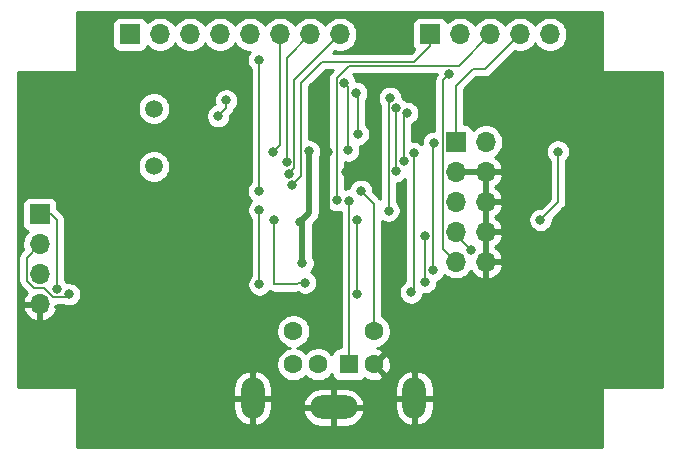
<source format=gbr>
G04 #@! TF.GenerationSoftware,KiCad,Pcbnew,(5.1.5-0-10_14)*
G04 #@! TF.CreationDate,2020-06-06T08:29:19+02:00*
G04 #@! TF.ProjectId,ps2zx,7073327a-782e-46b6-9963-61645f706362,rev?*
G04 #@! TF.SameCoordinates,Original*
G04 #@! TF.FileFunction,Copper,L2,Bot*
G04 #@! TF.FilePolarity,Positive*
%FSLAX46Y46*%
G04 Gerber Fmt 4.6, Leading zero omitted, Abs format (unit mm)*
G04 Created by KiCad (PCBNEW (5.1.5-0-10_14)) date 2020-06-06 08:29:19*
%MOMM*%
%LPD*%
G04 APERTURE LIST*
%ADD10C,1.500000*%
%ADD11O,1.700000X1.700000*%
%ADD12R,1.700000X1.700000*%
%ADD13O,4.000000X2.000000*%
%ADD14C,1.600000*%
%ADD15R,1.600000X1.600000*%
%ADD16O,2.000000X3.500000*%
%ADD17C,0.800000*%
%ADD18C,0.508000*%
%ADD19C,0.127000*%
%ADD20C,0.254000*%
G04 APERTURE END LIST*
D10*
X149352000Y-95196000D03*
X149352000Y-100076000D03*
D11*
X139700000Y-111760000D03*
X139700000Y-109220000D03*
X139700000Y-106680000D03*
D12*
X139700000Y-104140000D03*
D11*
X177457100Y-108165900D03*
X174917100Y-108165900D03*
X177457100Y-105625900D03*
X174917100Y-105625900D03*
X177457100Y-103085900D03*
X174917100Y-103085900D03*
X177457100Y-100545900D03*
X174917100Y-100545900D03*
X177457100Y-98005900D03*
D12*
X174917100Y-98005900D03*
D13*
X164562000Y-120490000D03*
D14*
X161162000Y-114040000D03*
X167962000Y-114040000D03*
X161162000Y-116840000D03*
X167962000Y-116840000D03*
X163262000Y-116840000D03*
D15*
X165862000Y-116840000D03*
D16*
X171412000Y-119690000D03*
X157712000Y-119690000D03*
D11*
X165100000Y-88900000D03*
X162560000Y-88900000D03*
X160020000Y-88900000D03*
X157480000Y-88900000D03*
X154940000Y-88900000D03*
X152400000Y-88900000D03*
X149860000Y-88900000D03*
D12*
X147320000Y-88900000D03*
D11*
X182880000Y-88900000D03*
X180340000Y-88900000D03*
X177800000Y-88900000D03*
X175260000Y-88900000D03*
D12*
X172720000Y-88900000D03*
D17*
X161916000Y-108254800D03*
X162490281Y-98808716D03*
X161721800Y-104775000D03*
X165608000Y-100584000D03*
X163966000Y-108254800D03*
X164134800Y-98878802D03*
X164084000Y-104711500D03*
X163930767Y-111902292D03*
X177419000Y-111760000D03*
X151892000Y-107188000D03*
X151892000Y-111905990D03*
X166867820Y-102150205D03*
X165849300Y-102971600D03*
X159524700Y-104603802D03*
X174320200Y-92290900D03*
X162148606Y-109913906D03*
X158280100Y-103771700D03*
X158292800Y-110074000D03*
X173002500Y-108889800D03*
X173050200Y-98082100D03*
X164846000Y-102933500D03*
X158259080Y-102171390D03*
X158267400Y-91084400D03*
X161062000Y-101669338D03*
X160784717Y-100708548D03*
X160584476Y-99728801D03*
X159473900Y-98853798D03*
X165798000Y-98722886D03*
X165483500Y-92989400D03*
X166619002Y-97332800D03*
X166461500Y-93847597D03*
X169219573Y-103830847D03*
X169341800Y-94284800D03*
X170546573Y-99603715D03*
X170796328Y-95558623D03*
X154801884Y-95814731D03*
X155471098Y-94487731D03*
X169883073Y-100469700D03*
X169883073Y-95151231D03*
X142151100Y-110906000D03*
X166525500Y-110906000D03*
X166525500Y-104578798D03*
X171335700Y-98958400D03*
X171132500Y-110737500D03*
X141122400Y-110439200D03*
X172339000Y-105981500D03*
X172326300Y-109867700D03*
X182079900Y-104597200D03*
X183553200Y-98829300D03*
X176161700Y-107137200D03*
D18*
X161789000Y-104707800D02*
X161721800Y-104775000D01*
X161916000Y-104707800D02*
X161789000Y-104707800D01*
X161916000Y-108254800D02*
X161916000Y-104707800D01*
X162490281Y-104006519D02*
X161721800Y-104775000D01*
X162490281Y-98808716D02*
X162490281Y-104006519D01*
X163966000Y-99047602D02*
X164134800Y-98878802D01*
X163966000Y-104657000D02*
X164029500Y-104657000D01*
X164029500Y-104657000D02*
X164084000Y-104711500D01*
X163966000Y-108254800D02*
X163966000Y-104657000D01*
X163966000Y-104657000D02*
X163966000Y-99047602D01*
X177457100Y-100545900D02*
X177457100Y-103085900D01*
X177457100Y-103085900D02*
X177457100Y-105625900D01*
X177457100Y-105625900D02*
X177457100Y-108165900D01*
X163966000Y-111867059D02*
X163930767Y-111902292D01*
X163966000Y-108254800D02*
X163966000Y-111867059D01*
X177457100Y-111721900D02*
X177419000Y-111760000D01*
X177457100Y-108165900D02*
X177457100Y-111721900D01*
X151892000Y-107188000D02*
X151892000Y-111905990D01*
D19*
X167962000Y-103244385D02*
X166867820Y-102150205D01*
X167962000Y-114040000D02*
X167962000Y-103244385D01*
X165862000Y-102984300D02*
X165849300Y-102971600D01*
X165862000Y-116840000D02*
X165862000Y-102984300D01*
X159524700Y-104603802D02*
X159524700Y-110061300D01*
X173803599Y-107052399D02*
X173803599Y-92769401D01*
X174917100Y-108165900D02*
X173803599Y-107052399D01*
X174301150Y-92271850D02*
X174320200Y-92290900D01*
X173803599Y-92769401D02*
X174301150Y-92271850D01*
X174301150Y-92271850D02*
X174447200Y-92125800D01*
X161435527Y-110061300D02*
X159524700Y-110061300D01*
X161582921Y-109913906D02*
X161435527Y-110061300D01*
X162148606Y-109913906D02*
X161582921Y-109913906D01*
X180340000Y-88900000D02*
X177406300Y-91833700D01*
X177406300Y-91833700D02*
X176339500Y-91833700D01*
X174917100Y-93256100D02*
X174917100Y-98005900D01*
X176339500Y-91833700D02*
X174917100Y-93256100D01*
X158280100Y-110061300D02*
X158292800Y-110074000D01*
X158280100Y-103771700D02*
X158280100Y-110061300D01*
X173002500Y-98129800D02*
X173050200Y-98082100D01*
X173002500Y-108889800D02*
X173002500Y-98129800D01*
X164820600Y-102908100D02*
X164846000Y-102933500D01*
X164820600Y-102298500D02*
X164820600Y-102908100D01*
X177800000Y-88900000D02*
X175161590Y-91538410D01*
X165863990Y-91538410D02*
X164820000Y-92582400D01*
X164820000Y-102297900D02*
X164820600Y-102298500D01*
X175161590Y-91538410D02*
X165863990Y-91538410D01*
X164820000Y-92582400D02*
X164820000Y-102297900D01*
X158259080Y-91092720D02*
X158267400Y-91084400D01*
X158259080Y-102171390D02*
X158259080Y-91092720D01*
X161826780Y-100904558D02*
X161826780Y-92998720D01*
X161062000Y-101669338D02*
X161826780Y-100904558D01*
X161826780Y-92998720D02*
X163614100Y-91211400D01*
X172720000Y-89877000D02*
X172720000Y-88900000D01*
X171385600Y-91211400D02*
X172720000Y-89877000D01*
X163614100Y-91211400D02*
X171385600Y-91211400D01*
X164250001Y-89749999D02*
X165100000Y-88900000D01*
X161247977Y-100245288D02*
X161247977Y-92752023D01*
X161247977Y-92752023D02*
X164250001Y-89749999D01*
X160784717Y-100708548D02*
X161247977Y-100245288D01*
X160584476Y-90875524D02*
X162560000Y-88900000D01*
X160584476Y-99728801D02*
X160584476Y-90875524D01*
X160020000Y-98307698D02*
X160020000Y-88900000D01*
X159473900Y-98853798D02*
X160020000Y-98307698D01*
X165798000Y-93303900D02*
X165483500Y-92989400D01*
X165798000Y-98722886D02*
X165798000Y-93303900D01*
X166619002Y-94005099D02*
X166461500Y-93847597D01*
X166619002Y-97332800D02*
X166619002Y-94005099D01*
X169219573Y-94407027D02*
X169341800Y-94284800D01*
X169219573Y-103830847D02*
X169219573Y-94407027D01*
X170546573Y-95808378D02*
X170796328Y-95558623D01*
X170546573Y-99603715D02*
X170546573Y-95808378D01*
X155471098Y-95145517D02*
X155471098Y-94487731D01*
X154801884Y-95814731D02*
X155471098Y-95145517D01*
X169883073Y-100469700D02*
X169883073Y-95151231D01*
X140803919Y-111102701D02*
X141954399Y-111102701D01*
X141954399Y-111102701D02*
X142151100Y-110906000D01*
X138586499Y-107793501D02*
X138586499Y-109754481D01*
X140034719Y-110333501D02*
X140803919Y-111102701D01*
X138586499Y-109754481D02*
X139165519Y-110333501D01*
X139165519Y-110333501D02*
X140034719Y-110333501D01*
X139700000Y-106680000D02*
X138586499Y-107793501D01*
X166525500Y-110906000D02*
X166525500Y-104578798D01*
X171335700Y-110534300D02*
X171132500Y-110737500D01*
X171335700Y-98958400D02*
X171335700Y-110534300D01*
X140677000Y-104140000D02*
X139700000Y-104140000D01*
X141122400Y-104585400D02*
X140677000Y-104140000D01*
X141122400Y-110439200D02*
X141122400Y-104585400D01*
X172339000Y-109855000D02*
X172326300Y-109867700D01*
X172339000Y-105981500D02*
X172339000Y-109855000D01*
X183553200Y-103123900D02*
X183553200Y-98829300D01*
X182079900Y-104597200D02*
X183553200Y-103123900D01*
X174917100Y-105892600D02*
X174917100Y-105625900D01*
X176161700Y-107137200D02*
X174917100Y-105892600D01*
D20*
G36*
X187325000Y-91948000D02*
G01*
X187327440Y-91972776D01*
X187334667Y-91996601D01*
X187346403Y-92018557D01*
X187362197Y-92037803D01*
X187381443Y-92053597D01*
X187403399Y-92065333D01*
X187427224Y-92072560D01*
X187452000Y-92075000D01*
X192380001Y-92075000D01*
X192380000Y-118745000D01*
X187452000Y-118745000D01*
X187427224Y-118747440D01*
X187403399Y-118754667D01*
X187381443Y-118766403D01*
X187362197Y-118782197D01*
X187346403Y-118801443D01*
X187334667Y-118823399D01*
X187327440Y-118847224D01*
X187325000Y-118872000D01*
X187325000Y-123800000D01*
X142875000Y-123800000D01*
X142875000Y-119817000D01*
X156077000Y-119817000D01*
X156077000Y-120567000D01*
X156133193Y-120883532D01*
X156250058Y-121183020D01*
X156423105Y-121453954D01*
X156645683Y-121685922D01*
X156909239Y-121870010D01*
X157203645Y-121999144D01*
X157331566Y-122030124D01*
X157585000Y-121910777D01*
X157585000Y-119817000D01*
X157839000Y-119817000D01*
X157839000Y-121910777D01*
X158092434Y-122030124D01*
X158220355Y-121999144D01*
X158514761Y-121870010D01*
X158778317Y-121685922D01*
X159000895Y-121453954D01*
X159173942Y-121183020D01*
X159290807Y-120883532D01*
X159293132Y-120870434D01*
X161971876Y-120870434D01*
X162002856Y-120998355D01*
X162131990Y-121292761D01*
X162316078Y-121556317D01*
X162548046Y-121778895D01*
X162818980Y-121951942D01*
X163118468Y-122068807D01*
X163435000Y-122125000D01*
X164435000Y-122125000D01*
X164435000Y-120617000D01*
X164689000Y-120617000D01*
X164689000Y-122125000D01*
X165689000Y-122125000D01*
X166005532Y-122068807D01*
X166305020Y-121951942D01*
X166575954Y-121778895D01*
X166807922Y-121556317D01*
X166992010Y-121292761D01*
X167121144Y-120998355D01*
X167152124Y-120870434D01*
X167032777Y-120617000D01*
X164689000Y-120617000D01*
X164435000Y-120617000D01*
X162091223Y-120617000D01*
X161971876Y-120870434D01*
X159293132Y-120870434D01*
X159347000Y-120567000D01*
X159347000Y-120109566D01*
X161971876Y-120109566D01*
X162091223Y-120363000D01*
X164435000Y-120363000D01*
X164435000Y-118855000D01*
X164689000Y-118855000D01*
X164689000Y-120363000D01*
X167032777Y-120363000D01*
X167152124Y-120109566D01*
X167121144Y-119981645D01*
X167048927Y-119817000D01*
X169777000Y-119817000D01*
X169777000Y-120567000D01*
X169833193Y-120883532D01*
X169950058Y-121183020D01*
X170123105Y-121453954D01*
X170345683Y-121685922D01*
X170609239Y-121870010D01*
X170903645Y-121999144D01*
X171031566Y-122030124D01*
X171285000Y-121910777D01*
X171285000Y-119817000D01*
X171539000Y-119817000D01*
X171539000Y-121910777D01*
X171792434Y-122030124D01*
X171920355Y-121999144D01*
X172214761Y-121870010D01*
X172478317Y-121685922D01*
X172700895Y-121453954D01*
X172873942Y-121183020D01*
X172990807Y-120883532D01*
X173047000Y-120567000D01*
X173047000Y-119817000D01*
X171539000Y-119817000D01*
X171285000Y-119817000D01*
X169777000Y-119817000D01*
X167048927Y-119817000D01*
X166992010Y-119687239D01*
X166807922Y-119423683D01*
X166575954Y-119201105D01*
X166305020Y-119028058D01*
X166005532Y-118911193D01*
X165689000Y-118855000D01*
X164689000Y-118855000D01*
X164435000Y-118855000D01*
X163435000Y-118855000D01*
X163118468Y-118911193D01*
X162818980Y-119028058D01*
X162548046Y-119201105D01*
X162316078Y-119423683D01*
X162131990Y-119687239D01*
X162002856Y-119981645D01*
X161971876Y-120109566D01*
X159347000Y-120109566D01*
X159347000Y-119817000D01*
X157839000Y-119817000D01*
X157585000Y-119817000D01*
X156077000Y-119817000D01*
X142875000Y-119817000D01*
X142875000Y-118872000D01*
X142872560Y-118847224D01*
X142865333Y-118823399D01*
X142859775Y-118813000D01*
X156077000Y-118813000D01*
X156077000Y-119563000D01*
X157585000Y-119563000D01*
X157585000Y-117469223D01*
X157839000Y-117469223D01*
X157839000Y-119563000D01*
X159347000Y-119563000D01*
X159347000Y-118813000D01*
X169777000Y-118813000D01*
X169777000Y-119563000D01*
X171285000Y-119563000D01*
X171285000Y-117469223D01*
X171539000Y-117469223D01*
X171539000Y-119563000D01*
X173047000Y-119563000D01*
X173047000Y-118813000D01*
X172990807Y-118496468D01*
X172873942Y-118196980D01*
X172700895Y-117926046D01*
X172478317Y-117694078D01*
X172214761Y-117509990D01*
X171920355Y-117380856D01*
X171792434Y-117349876D01*
X171539000Y-117469223D01*
X171285000Y-117469223D01*
X171031566Y-117349876D01*
X170903645Y-117380856D01*
X170609239Y-117509990D01*
X170345683Y-117694078D01*
X170123105Y-117926046D01*
X169950058Y-118196980D01*
X169833193Y-118496468D01*
X169777000Y-118813000D01*
X159347000Y-118813000D01*
X159290807Y-118496468D01*
X159173942Y-118196980D01*
X159000895Y-117926046D01*
X158778317Y-117694078D01*
X158514761Y-117509990D01*
X158220355Y-117380856D01*
X158092434Y-117349876D01*
X157839000Y-117469223D01*
X157585000Y-117469223D01*
X157331566Y-117349876D01*
X157203645Y-117380856D01*
X156909239Y-117509990D01*
X156645683Y-117694078D01*
X156423105Y-117926046D01*
X156250058Y-118196980D01*
X156133193Y-118496468D01*
X156077000Y-118813000D01*
X142859775Y-118813000D01*
X142853597Y-118801443D01*
X142837803Y-118782197D01*
X142818557Y-118766403D01*
X142796601Y-118754667D01*
X142772776Y-118747440D01*
X142748000Y-118745000D01*
X137820000Y-118745000D01*
X137820000Y-112116890D01*
X138258524Y-112116890D01*
X138303175Y-112264099D01*
X138428359Y-112526920D01*
X138602412Y-112760269D01*
X138818645Y-112955178D01*
X139068748Y-113104157D01*
X139343109Y-113201481D01*
X139573000Y-113080814D01*
X139573000Y-111887000D01*
X138379845Y-111887000D01*
X138258524Y-112116890D01*
X137820000Y-112116890D01*
X137820000Y-107793501D01*
X137884621Y-107793501D01*
X137887999Y-107827800D01*
X137888000Y-109720173D01*
X137884621Y-109754481D01*
X137888000Y-109788789D01*
X137888000Y-109788790D01*
X137898107Y-109891411D01*
X137908236Y-109924800D01*
X137938048Y-110023079D01*
X138002908Y-110144424D01*
X138068325Y-110224134D01*
X138068329Y-110224138D01*
X138090197Y-110250784D01*
X138116842Y-110272651D01*
X138603206Y-110759016D01*
X138602412Y-110759731D01*
X138428359Y-110993080D01*
X138303175Y-111255901D01*
X138258524Y-111403110D01*
X138379845Y-111633000D01*
X139573000Y-111633000D01*
X139573000Y-111613000D01*
X139827000Y-111613000D01*
X139827000Y-111633000D01*
X139847000Y-111633000D01*
X139847000Y-111887000D01*
X139827000Y-111887000D01*
X139827000Y-113080814D01*
X140056891Y-113201481D01*
X140331252Y-113104157D01*
X140581355Y-112955178D01*
X140797588Y-112760269D01*
X140971641Y-112526920D01*
X141096825Y-112264099D01*
X141141476Y-112116890D01*
X141020156Y-111887002D01*
X141185000Y-111887002D01*
X141185000Y-111801201D01*
X141627913Y-111801201D01*
X141660844Y-111823205D01*
X141849202Y-111901226D01*
X142049161Y-111941000D01*
X142253039Y-111941000D01*
X142452998Y-111901226D01*
X142641356Y-111823205D01*
X142810874Y-111709937D01*
X142955037Y-111565774D01*
X143068305Y-111396256D01*
X143146326Y-111207898D01*
X143186100Y-111007939D01*
X143186100Y-110804061D01*
X143146326Y-110604102D01*
X143068305Y-110415744D01*
X142955037Y-110246226D01*
X142810874Y-110102063D01*
X142641356Y-109988795D01*
X142452998Y-109910774D01*
X142253039Y-109871000D01*
X142049161Y-109871000D01*
X141994756Y-109881822D01*
X141926337Y-109779426D01*
X141820900Y-109673989D01*
X141820900Y-104619698D01*
X141824278Y-104585400D01*
X141820900Y-104551102D01*
X141820900Y-104551091D01*
X141810793Y-104448470D01*
X141770852Y-104316803D01*
X141719532Y-104220790D01*
X141705991Y-104195456D01*
X141640574Y-104115747D01*
X141618703Y-104089097D01*
X141592052Y-104067225D01*
X141195175Y-103670348D01*
X141188072Y-103661693D01*
X141188072Y-103290000D01*
X141175812Y-103165518D01*
X141139502Y-103045820D01*
X141080537Y-102935506D01*
X141001185Y-102838815D01*
X140904494Y-102759463D01*
X140794180Y-102700498D01*
X140674482Y-102664188D01*
X140550000Y-102651928D01*
X138850000Y-102651928D01*
X138725518Y-102664188D01*
X138605820Y-102700498D01*
X138495506Y-102759463D01*
X138398815Y-102838815D01*
X138319463Y-102935506D01*
X138260498Y-103045820D01*
X138224188Y-103165518D01*
X138211928Y-103290000D01*
X138211928Y-104990000D01*
X138224188Y-105114482D01*
X138260498Y-105234180D01*
X138319463Y-105344494D01*
X138398815Y-105441185D01*
X138495506Y-105520537D01*
X138605820Y-105579502D01*
X138678380Y-105601513D01*
X138546525Y-105733368D01*
X138384010Y-105976589D01*
X138272068Y-106246842D01*
X138215000Y-106533740D01*
X138215000Y-106826260D01*
X138272068Y-107113158D01*
X138274103Y-107118070D01*
X138116843Y-107275330D01*
X138090196Y-107297199D01*
X138068328Y-107323845D01*
X138068325Y-107323848D01*
X138002908Y-107403558D01*
X137982178Y-107442342D01*
X137938047Y-107524905D01*
X137898106Y-107656572D01*
X137887999Y-107759193D01*
X137887999Y-107759203D01*
X137884621Y-107793501D01*
X137820000Y-107793501D01*
X137820000Y-99939589D01*
X147967000Y-99939589D01*
X147967000Y-100212411D01*
X148020225Y-100479989D01*
X148124629Y-100732043D01*
X148276201Y-100958886D01*
X148469114Y-101151799D01*
X148695957Y-101303371D01*
X148948011Y-101407775D01*
X149215589Y-101461000D01*
X149488411Y-101461000D01*
X149755989Y-101407775D01*
X150008043Y-101303371D01*
X150234886Y-101151799D01*
X150427799Y-100958886D01*
X150579371Y-100732043D01*
X150683775Y-100479989D01*
X150737000Y-100212411D01*
X150737000Y-99939589D01*
X150683775Y-99672011D01*
X150579371Y-99419957D01*
X150427799Y-99193114D01*
X150234886Y-99000201D01*
X150008043Y-98848629D01*
X149755989Y-98744225D01*
X149488411Y-98691000D01*
X149215589Y-98691000D01*
X148948011Y-98744225D01*
X148695957Y-98848629D01*
X148469114Y-99000201D01*
X148276201Y-99193114D01*
X148124629Y-99419957D01*
X148020225Y-99672011D01*
X147967000Y-99939589D01*
X137820000Y-99939589D01*
X137820000Y-95059589D01*
X147967000Y-95059589D01*
X147967000Y-95332411D01*
X148020225Y-95599989D01*
X148124629Y-95852043D01*
X148276201Y-96078886D01*
X148469114Y-96271799D01*
X148695957Y-96423371D01*
X148948011Y-96527775D01*
X149215589Y-96581000D01*
X149488411Y-96581000D01*
X149755989Y-96527775D01*
X150008043Y-96423371D01*
X150234886Y-96271799D01*
X150427799Y-96078886D01*
X150579371Y-95852043D01*
X150637050Y-95712792D01*
X153766884Y-95712792D01*
X153766884Y-95916670D01*
X153806658Y-96116629D01*
X153884679Y-96304987D01*
X153997947Y-96474505D01*
X154142110Y-96618668D01*
X154311628Y-96731936D01*
X154499986Y-96809957D01*
X154699945Y-96849731D01*
X154903823Y-96849731D01*
X155103782Y-96809957D01*
X155292140Y-96731936D01*
X155461658Y-96618668D01*
X155605821Y-96474505D01*
X155719089Y-96304987D01*
X155797110Y-96116629D01*
X155836884Y-95916670D01*
X155836884Y-95767559D01*
X155940759Y-95663684D01*
X155967400Y-95641820D01*
X155989265Y-95615178D01*
X155989272Y-95615171D01*
X156054689Y-95535460D01*
X156066783Y-95512833D01*
X156119550Y-95414114D01*
X156159491Y-95282447D01*
X156161610Y-95260930D01*
X156275035Y-95147505D01*
X156388303Y-94977987D01*
X156466324Y-94789629D01*
X156506098Y-94589670D01*
X156506098Y-94385792D01*
X156466324Y-94185833D01*
X156388303Y-93997475D01*
X156275035Y-93827957D01*
X156130872Y-93683794D01*
X155961354Y-93570526D01*
X155772996Y-93492505D01*
X155573037Y-93452731D01*
X155369159Y-93452731D01*
X155169200Y-93492505D01*
X154980842Y-93570526D01*
X154811324Y-93683794D01*
X154667161Y-93827957D01*
X154553893Y-93997475D01*
X154475872Y-94185833D01*
X154436098Y-94385792D01*
X154436098Y-94589670D01*
X154475872Y-94789629D01*
X154489966Y-94823655D01*
X154311628Y-94897526D01*
X154142110Y-95010794D01*
X153997947Y-95154957D01*
X153884679Y-95324475D01*
X153806658Y-95512833D01*
X153766884Y-95712792D01*
X150637050Y-95712792D01*
X150683775Y-95599989D01*
X150737000Y-95332411D01*
X150737000Y-95059589D01*
X150683775Y-94792011D01*
X150579371Y-94539957D01*
X150427799Y-94313114D01*
X150234886Y-94120201D01*
X150008043Y-93968629D01*
X149755989Y-93864225D01*
X149488411Y-93811000D01*
X149215589Y-93811000D01*
X148948011Y-93864225D01*
X148695957Y-93968629D01*
X148469114Y-94120201D01*
X148276201Y-94313114D01*
X148124629Y-94539957D01*
X148020225Y-94792011D01*
X147967000Y-95059589D01*
X137820000Y-95059589D01*
X137820000Y-92075000D01*
X142748000Y-92075000D01*
X142772776Y-92072560D01*
X142796601Y-92065333D01*
X142818557Y-92053597D01*
X142837803Y-92037803D01*
X142853597Y-92018557D01*
X142865333Y-91996601D01*
X142872560Y-91972776D01*
X142875000Y-91948000D01*
X142875000Y-88050000D01*
X145831928Y-88050000D01*
X145831928Y-89750000D01*
X145844188Y-89874482D01*
X145880498Y-89994180D01*
X145939463Y-90104494D01*
X146018815Y-90201185D01*
X146115506Y-90280537D01*
X146225820Y-90339502D01*
X146345518Y-90375812D01*
X146470000Y-90388072D01*
X148170000Y-90388072D01*
X148294482Y-90375812D01*
X148414180Y-90339502D01*
X148524494Y-90280537D01*
X148621185Y-90201185D01*
X148700537Y-90104494D01*
X148759502Y-89994180D01*
X148781513Y-89921620D01*
X148913368Y-90053475D01*
X149156589Y-90215990D01*
X149426842Y-90327932D01*
X149713740Y-90385000D01*
X150006260Y-90385000D01*
X150293158Y-90327932D01*
X150563411Y-90215990D01*
X150806632Y-90053475D01*
X151013475Y-89846632D01*
X151130000Y-89672240D01*
X151246525Y-89846632D01*
X151453368Y-90053475D01*
X151696589Y-90215990D01*
X151966842Y-90327932D01*
X152253740Y-90385000D01*
X152546260Y-90385000D01*
X152833158Y-90327932D01*
X153103411Y-90215990D01*
X153346632Y-90053475D01*
X153553475Y-89846632D01*
X153670000Y-89672240D01*
X153786525Y-89846632D01*
X153993368Y-90053475D01*
X154236589Y-90215990D01*
X154506842Y-90327932D01*
X154793740Y-90385000D01*
X155086260Y-90385000D01*
X155373158Y-90327932D01*
X155643411Y-90215990D01*
X155886632Y-90053475D01*
X156093475Y-89846632D01*
X156210000Y-89672240D01*
X156326525Y-89846632D01*
X156533368Y-90053475D01*
X156776589Y-90215990D01*
X157046842Y-90327932D01*
X157333740Y-90385000D01*
X157503089Y-90385000D01*
X157463463Y-90424626D01*
X157350195Y-90594144D01*
X157272174Y-90782502D01*
X157232400Y-90982461D01*
X157232400Y-91186339D01*
X157272174Y-91386298D01*
X157350195Y-91574656D01*
X157463463Y-91744174D01*
X157560581Y-91841292D01*
X157560580Y-101406179D01*
X157455143Y-101511616D01*
X157341875Y-101681134D01*
X157263854Y-101869492D01*
X157224080Y-102069451D01*
X157224080Y-102273329D01*
X157263854Y-102473288D01*
X157341875Y-102661646D01*
X157455143Y-102831164D01*
X157599306Y-102975327D01*
X157607372Y-102980717D01*
X157476163Y-103111926D01*
X157362895Y-103281444D01*
X157284874Y-103469802D01*
X157245100Y-103669761D01*
X157245100Y-103873639D01*
X157284874Y-104073598D01*
X157362895Y-104261956D01*
X157476163Y-104431474D01*
X157581600Y-104536911D01*
X157581601Y-109321488D01*
X157488863Y-109414226D01*
X157375595Y-109583744D01*
X157297574Y-109772102D01*
X157257800Y-109972061D01*
X157257800Y-110175939D01*
X157297574Y-110375898D01*
X157375595Y-110564256D01*
X157488863Y-110733774D01*
X157633026Y-110877937D01*
X157802544Y-110991205D01*
X157990902Y-111069226D01*
X158190861Y-111109000D01*
X158394739Y-111109000D01*
X158594698Y-111069226D01*
X158783056Y-110991205D01*
X158952574Y-110877937D01*
X159096737Y-110733774D01*
X159150503Y-110653307D01*
X159256103Y-110709752D01*
X159387770Y-110749693D01*
X159490391Y-110759800D01*
X159490392Y-110759800D01*
X159524700Y-110763179D01*
X159559009Y-110759800D01*
X161401229Y-110759800D01*
X161435527Y-110763178D01*
X161469825Y-110759800D01*
X161469836Y-110759800D01*
X161541118Y-110752780D01*
X161658350Y-110831111D01*
X161846708Y-110909132D01*
X162046667Y-110948906D01*
X162250545Y-110948906D01*
X162450504Y-110909132D01*
X162638862Y-110831111D01*
X162808380Y-110717843D01*
X162952543Y-110573680D01*
X163065811Y-110404162D01*
X163143832Y-110215804D01*
X163183606Y-110015845D01*
X163183606Y-109811967D01*
X163143832Y-109612008D01*
X163065811Y-109423650D01*
X162952543Y-109254132D01*
X162808380Y-109109969D01*
X162638862Y-108996701D01*
X162638118Y-108996393D01*
X162719937Y-108914574D01*
X162833205Y-108745056D01*
X162911226Y-108556698D01*
X162951000Y-108356739D01*
X162951000Y-108152861D01*
X162911226Y-107952902D01*
X162833205Y-107764544D01*
X162805000Y-107722332D01*
X162805000Y-104949035D01*
X163088017Y-104666018D01*
X163121940Y-104638178D01*
X163233034Y-104502810D01*
X163315584Y-104348370D01*
X163348647Y-104239375D01*
X163366417Y-104180795D01*
X163371661Y-104127547D01*
X163379281Y-104050186D01*
X163379281Y-104050180D01*
X163383581Y-104006520D01*
X163379281Y-103962860D01*
X163379281Y-99341184D01*
X163407486Y-99298972D01*
X163485507Y-99110614D01*
X163525281Y-98910655D01*
X163525281Y-98706777D01*
X163485507Y-98506818D01*
X163407486Y-98318460D01*
X163294218Y-98148942D01*
X163150055Y-98004779D01*
X162980537Y-97891511D01*
X162792179Y-97813490D01*
X162592220Y-97773716D01*
X162525280Y-97773716D01*
X162525280Y-93288047D01*
X163903429Y-91909900D01*
X164504673Y-91909900D01*
X164350344Y-92064229D01*
X164323697Y-92086098D01*
X164301829Y-92112744D01*
X164301826Y-92112747D01*
X164236409Y-92192457D01*
X164171549Y-92313802D01*
X164171548Y-92313804D01*
X164131607Y-92445471D01*
X164121500Y-92548092D01*
X164121500Y-92548102D01*
X164118122Y-92582400D01*
X164121500Y-92616698D01*
X164121501Y-102194288D01*
X164042063Y-102273726D01*
X163928795Y-102443244D01*
X163850774Y-102631602D01*
X163811000Y-102831561D01*
X163811000Y-103035439D01*
X163850774Y-103235398D01*
X163928795Y-103423756D01*
X164042063Y-103593274D01*
X164186226Y-103737437D01*
X164355744Y-103850705D01*
X164544102Y-103928726D01*
X164744061Y-103968500D01*
X164947939Y-103968500D01*
X165147898Y-103928726D01*
X165163501Y-103922263D01*
X165163500Y-115401928D01*
X165062000Y-115401928D01*
X164937518Y-115414188D01*
X164817820Y-115450498D01*
X164707506Y-115509463D01*
X164610815Y-115588815D01*
X164531463Y-115685506D01*
X164472498Y-115795820D01*
X164436188Y-115915518D01*
X164427703Y-116001667D01*
X164376637Y-115925241D01*
X164176759Y-115725363D01*
X163941727Y-115568320D01*
X163680574Y-115460147D01*
X163403335Y-115405000D01*
X163120665Y-115405000D01*
X162843426Y-115460147D01*
X162582273Y-115568320D01*
X162347241Y-115725363D01*
X162212000Y-115860604D01*
X162076759Y-115725363D01*
X161841727Y-115568320D01*
X161580574Y-115460147D01*
X161479290Y-115440000D01*
X161580574Y-115419853D01*
X161841727Y-115311680D01*
X162076759Y-115154637D01*
X162276637Y-114954759D01*
X162433680Y-114719727D01*
X162541853Y-114458574D01*
X162597000Y-114181335D01*
X162597000Y-113898665D01*
X162541853Y-113621426D01*
X162433680Y-113360273D01*
X162276637Y-113125241D01*
X162076759Y-112925363D01*
X161841727Y-112768320D01*
X161580574Y-112660147D01*
X161303335Y-112605000D01*
X161020665Y-112605000D01*
X160743426Y-112660147D01*
X160482273Y-112768320D01*
X160247241Y-112925363D01*
X160047363Y-113125241D01*
X159890320Y-113360273D01*
X159782147Y-113621426D01*
X159727000Y-113898665D01*
X159727000Y-114181335D01*
X159782147Y-114458574D01*
X159890320Y-114719727D01*
X160047363Y-114954759D01*
X160247241Y-115154637D01*
X160482273Y-115311680D01*
X160743426Y-115419853D01*
X160844710Y-115440000D01*
X160743426Y-115460147D01*
X160482273Y-115568320D01*
X160247241Y-115725363D01*
X160047363Y-115925241D01*
X159890320Y-116160273D01*
X159782147Y-116421426D01*
X159727000Y-116698665D01*
X159727000Y-116981335D01*
X159782147Y-117258574D01*
X159890320Y-117519727D01*
X160047363Y-117754759D01*
X160247241Y-117954637D01*
X160482273Y-118111680D01*
X160743426Y-118219853D01*
X161020665Y-118275000D01*
X161303335Y-118275000D01*
X161580574Y-118219853D01*
X161841727Y-118111680D01*
X162076759Y-117954637D01*
X162212000Y-117819396D01*
X162347241Y-117954637D01*
X162582273Y-118111680D01*
X162843426Y-118219853D01*
X163120665Y-118275000D01*
X163403335Y-118275000D01*
X163680574Y-118219853D01*
X163941727Y-118111680D01*
X164176759Y-117954637D01*
X164376637Y-117754759D01*
X164427703Y-117678333D01*
X164436188Y-117764482D01*
X164472498Y-117884180D01*
X164531463Y-117994494D01*
X164610815Y-118091185D01*
X164707506Y-118170537D01*
X164817820Y-118229502D01*
X164937518Y-118265812D01*
X165062000Y-118278072D01*
X166662000Y-118278072D01*
X166786482Y-118265812D01*
X166906180Y-118229502D01*
X167016494Y-118170537D01*
X167113185Y-118091185D01*
X167192537Y-117994494D01*
X167195014Y-117989859D01*
X167220486Y-118076671D01*
X167475996Y-118197571D01*
X167750184Y-118266300D01*
X168032512Y-118280217D01*
X168312130Y-118238787D01*
X168578292Y-118143603D01*
X168703514Y-118076671D01*
X168775097Y-117832702D01*
X167962000Y-117019605D01*
X167947858Y-117033748D01*
X167768253Y-116854143D01*
X167782395Y-116840000D01*
X168141605Y-116840000D01*
X168954702Y-117653097D01*
X169198671Y-117581514D01*
X169319571Y-117326004D01*
X169388300Y-117051816D01*
X169402217Y-116769488D01*
X169360787Y-116489870D01*
X169265603Y-116223708D01*
X169198671Y-116098486D01*
X168954702Y-116026903D01*
X168141605Y-116840000D01*
X167782395Y-116840000D01*
X167768253Y-116825858D01*
X167947858Y-116646253D01*
X167962000Y-116660395D01*
X168775097Y-115847298D01*
X168703514Y-115603329D01*
X168448004Y-115482429D01*
X168278982Y-115440061D01*
X168380574Y-115419853D01*
X168641727Y-115311680D01*
X168876759Y-115154637D01*
X169076637Y-114954759D01*
X169233680Y-114719727D01*
X169341853Y-114458574D01*
X169397000Y-114181335D01*
X169397000Y-113898665D01*
X169341853Y-113621426D01*
X169233680Y-113360273D01*
X169076637Y-113125241D01*
X168876759Y-112925363D01*
X168660500Y-112780864D01*
X168660500Y-104702070D01*
X168729317Y-104748052D01*
X168917675Y-104826073D01*
X169117634Y-104865847D01*
X169321512Y-104865847D01*
X169521471Y-104826073D01*
X169709829Y-104748052D01*
X169879347Y-104634784D01*
X170023510Y-104490621D01*
X170136778Y-104321103D01*
X170214799Y-104132745D01*
X170254573Y-103932786D01*
X170254573Y-103728908D01*
X170214799Y-103528949D01*
X170136778Y-103340591D01*
X170023510Y-103171073D01*
X169918073Y-103065636D01*
X169918073Y-101504700D01*
X169985012Y-101504700D01*
X170184971Y-101464926D01*
X170373329Y-101386905D01*
X170542847Y-101273637D01*
X170637200Y-101179284D01*
X170637201Y-109823665D01*
X170472726Y-109933563D01*
X170328563Y-110077726D01*
X170215295Y-110247244D01*
X170137274Y-110435602D01*
X170097500Y-110635561D01*
X170097500Y-110839439D01*
X170137274Y-111039398D01*
X170215295Y-111227756D01*
X170328563Y-111397274D01*
X170472726Y-111541437D01*
X170642244Y-111654705D01*
X170830602Y-111732726D01*
X171030561Y-111772500D01*
X171234439Y-111772500D01*
X171434398Y-111732726D01*
X171622756Y-111654705D01*
X171792274Y-111541437D01*
X171936437Y-111397274D01*
X172049705Y-111227756D01*
X172127726Y-111039398D01*
X172157560Y-110889413D01*
X172224361Y-110902700D01*
X172428239Y-110902700D01*
X172628198Y-110862926D01*
X172816556Y-110784905D01*
X172986074Y-110671637D01*
X173130237Y-110527474D01*
X173243505Y-110357956D01*
X173321526Y-110169598D01*
X173361300Y-109969639D01*
X173361300Y-109861456D01*
X173492756Y-109807005D01*
X173662274Y-109693737D01*
X173806437Y-109549574D01*
X173919705Y-109380056D01*
X173952346Y-109301253D01*
X173970468Y-109319375D01*
X174213689Y-109481890D01*
X174483942Y-109593832D01*
X174770840Y-109650900D01*
X175063360Y-109650900D01*
X175350258Y-109593832D01*
X175620511Y-109481890D01*
X175863732Y-109319375D01*
X176070575Y-109112532D01*
X176188200Y-108936494D01*
X176359512Y-109166169D01*
X176575745Y-109361078D01*
X176825848Y-109510057D01*
X177100209Y-109607381D01*
X177330100Y-109486714D01*
X177330100Y-108292900D01*
X177584100Y-108292900D01*
X177584100Y-109486714D01*
X177813991Y-109607381D01*
X178088352Y-109510057D01*
X178338455Y-109361078D01*
X178554688Y-109166169D01*
X178728741Y-108932820D01*
X178853925Y-108669999D01*
X178898576Y-108522790D01*
X178777255Y-108292900D01*
X177584100Y-108292900D01*
X177330100Y-108292900D01*
X177310100Y-108292900D01*
X177310100Y-108038900D01*
X177330100Y-108038900D01*
X177330100Y-105752900D01*
X177584100Y-105752900D01*
X177584100Y-108038900D01*
X178777255Y-108038900D01*
X178898576Y-107809010D01*
X178853925Y-107661801D01*
X178728741Y-107398980D01*
X178554688Y-107165631D01*
X178338455Y-106970722D01*
X178212845Y-106895900D01*
X178338455Y-106821078D01*
X178554688Y-106626169D01*
X178728741Y-106392820D01*
X178853925Y-106129999D01*
X178898576Y-105982790D01*
X178777255Y-105752900D01*
X177584100Y-105752900D01*
X177330100Y-105752900D01*
X177310100Y-105752900D01*
X177310100Y-105498900D01*
X177330100Y-105498900D01*
X177330100Y-103212900D01*
X177584100Y-103212900D01*
X177584100Y-105498900D01*
X178777255Y-105498900D01*
X178898576Y-105269010D01*
X178853925Y-105121801D01*
X178728741Y-104858980D01*
X178554688Y-104625631D01*
X178410055Y-104495261D01*
X181044900Y-104495261D01*
X181044900Y-104699139D01*
X181084674Y-104899098D01*
X181162695Y-105087456D01*
X181275963Y-105256974D01*
X181420126Y-105401137D01*
X181589644Y-105514405D01*
X181778002Y-105592426D01*
X181977961Y-105632200D01*
X182181839Y-105632200D01*
X182381798Y-105592426D01*
X182570156Y-105514405D01*
X182739674Y-105401137D01*
X182883837Y-105256974D01*
X182997105Y-105087456D01*
X183075126Y-104899098D01*
X183114900Y-104699139D01*
X183114900Y-104550027D01*
X184022862Y-103642066D01*
X184049502Y-103620203D01*
X184071367Y-103593561D01*
X184071374Y-103593554D01*
X184136791Y-103513844D01*
X184181711Y-103429803D01*
X184201652Y-103392497D01*
X184241593Y-103260830D01*
X184251700Y-103158209D01*
X184251700Y-103158198D01*
X184255078Y-103123900D01*
X184251700Y-103089602D01*
X184251700Y-99594511D01*
X184357137Y-99489074D01*
X184470405Y-99319556D01*
X184548426Y-99131198D01*
X184588200Y-98931239D01*
X184588200Y-98727361D01*
X184548426Y-98527402D01*
X184470405Y-98339044D01*
X184357137Y-98169526D01*
X184212974Y-98025363D01*
X184043456Y-97912095D01*
X183855098Y-97834074D01*
X183655139Y-97794300D01*
X183451261Y-97794300D01*
X183251302Y-97834074D01*
X183062944Y-97912095D01*
X182893426Y-98025363D01*
X182749263Y-98169526D01*
X182635995Y-98339044D01*
X182557974Y-98527402D01*
X182518200Y-98727361D01*
X182518200Y-98931239D01*
X182557974Y-99131198D01*
X182635995Y-99319556D01*
X182749263Y-99489074D01*
X182854701Y-99594512D01*
X182854700Y-102834572D01*
X182127073Y-103562200D01*
X181977961Y-103562200D01*
X181778002Y-103601974D01*
X181589644Y-103679995D01*
X181420126Y-103793263D01*
X181275963Y-103937426D01*
X181162695Y-104106944D01*
X181084674Y-104295302D01*
X181044900Y-104495261D01*
X178410055Y-104495261D01*
X178338455Y-104430722D01*
X178212845Y-104355900D01*
X178338455Y-104281078D01*
X178554688Y-104086169D01*
X178728741Y-103852820D01*
X178853925Y-103589999D01*
X178898576Y-103442790D01*
X178777255Y-103212900D01*
X177584100Y-103212900D01*
X177330100Y-103212900D01*
X177310100Y-103212900D01*
X177310100Y-102958900D01*
X177330100Y-102958900D01*
X177330100Y-100672900D01*
X177584100Y-100672900D01*
X177584100Y-102958900D01*
X178777255Y-102958900D01*
X178898576Y-102729010D01*
X178853925Y-102581801D01*
X178728741Y-102318980D01*
X178554688Y-102085631D01*
X178338455Y-101890722D01*
X178212845Y-101815900D01*
X178338455Y-101741078D01*
X178554688Y-101546169D01*
X178728741Y-101312820D01*
X178853925Y-101049999D01*
X178898576Y-100902790D01*
X178777255Y-100672900D01*
X177584100Y-100672900D01*
X177330100Y-100672900D01*
X175044100Y-100672900D01*
X175044100Y-100692900D01*
X174790100Y-100692900D01*
X174790100Y-100672900D01*
X174770100Y-100672900D01*
X174770100Y-100418900D01*
X174790100Y-100418900D01*
X174790100Y-100398900D01*
X175044100Y-100398900D01*
X175044100Y-100418900D01*
X177330100Y-100418900D01*
X177330100Y-100398900D01*
X177584100Y-100398900D01*
X177584100Y-100418900D01*
X178777255Y-100418900D01*
X178898576Y-100189010D01*
X178853925Y-100041801D01*
X178728741Y-99778980D01*
X178554688Y-99545631D01*
X178338455Y-99350722D01*
X178221566Y-99281095D01*
X178403732Y-99159375D01*
X178610575Y-98952532D01*
X178773090Y-98709311D01*
X178885032Y-98439058D01*
X178942100Y-98152160D01*
X178942100Y-97859640D01*
X178885032Y-97572742D01*
X178773090Y-97302489D01*
X178610575Y-97059268D01*
X178403732Y-96852425D01*
X178160511Y-96689910D01*
X177890258Y-96577968D01*
X177603360Y-96520900D01*
X177310840Y-96520900D01*
X177023942Y-96577968D01*
X176753689Y-96689910D01*
X176510468Y-96852425D01*
X176378613Y-96984280D01*
X176356602Y-96911720D01*
X176297637Y-96801406D01*
X176218285Y-96704715D01*
X176121594Y-96625363D01*
X176011280Y-96566398D01*
X175891582Y-96530088D01*
X175767100Y-96517828D01*
X175615600Y-96517828D01*
X175615600Y-93545427D01*
X176628828Y-92532200D01*
X177372002Y-92532200D01*
X177406300Y-92535578D01*
X177440598Y-92532200D01*
X177440609Y-92532200D01*
X177543230Y-92522093D01*
X177674897Y-92482152D01*
X177796243Y-92417291D01*
X177902603Y-92330003D01*
X177924475Y-92303352D01*
X179901930Y-90325897D01*
X179906842Y-90327932D01*
X180193740Y-90385000D01*
X180486260Y-90385000D01*
X180773158Y-90327932D01*
X181043411Y-90215990D01*
X181286632Y-90053475D01*
X181493475Y-89846632D01*
X181610000Y-89672240D01*
X181726525Y-89846632D01*
X181933368Y-90053475D01*
X182176589Y-90215990D01*
X182446842Y-90327932D01*
X182733740Y-90385000D01*
X183026260Y-90385000D01*
X183313158Y-90327932D01*
X183583411Y-90215990D01*
X183826632Y-90053475D01*
X184033475Y-89846632D01*
X184195990Y-89603411D01*
X184307932Y-89333158D01*
X184365000Y-89046260D01*
X184365000Y-88753740D01*
X184307932Y-88466842D01*
X184195990Y-88196589D01*
X184033475Y-87953368D01*
X183826632Y-87746525D01*
X183583411Y-87584010D01*
X183313158Y-87472068D01*
X183026260Y-87415000D01*
X182733740Y-87415000D01*
X182446842Y-87472068D01*
X182176589Y-87584010D01*
X181933368Y-87746525D01*
X181726525Y-87953368D01*
X181610000Y-88127760D01*
X181493475Y-87953368D01*
X181286632Y-87746525D01*
X181043411Y-87584010D01*
X180773158Y-87472068D01*
X180486260Y-87415000D01*
X180193740Y-87415000D01*
X179906842Y-87472068D01*
X179636589Y-87584010D01*
X179393368Y-87746525D01*
X179186525Y-87953368D01*
X179070000Y-88127760D01*
X178953475Y-87953368D01*
X178746632Y-87746525D01*
X178503411Y-87584010D01*
X178233158Y-87472068D01*
X177946260Y-87415000D01*
X177653740Y-87415000D01*
X177366842Y-87472068D01*
X177096589Y-87584010D01*
X176853368Y-87746525D01*
X176646525Y-87953368D01*
X176530000Y-88127760D01*
X176413475Y-87953368D01*
X176206632Y-87746525D01*
X175963411Y-87584010D01*
X175693158Y-87472068D01*
X175406260Y-87415000D01*
X175113740Y-87415000D01*
X174826842Y-87472068D01*
X174556589Y-87584010D01*
X174313368Y-87746525D01*
X174181513Y-87878380D01*
X174159502Y-87805820D01*
X174100537Y-87695506D01*
X174021185Y-87598815D01*
X173924494Y-87519463D01*
X173814180Y-87460498D01*
X173694482Y-87424188D01*
X173570000Y-87411928D01*
X171870000Y-87411928D01*
X171745518Y-87424188D01*
X171625820Y-87460498D01*
X171515506Y-87519463D01*
X171418815Y-87598815D01*
X171339463Y-87695506D01*
X171280498Y-87805820D01*
X171244188Y-87925518D01*
X171231928Y-88050000D01*
X171231928Y-89750000D01*
X171244188Y-89874482D01*
X171280498Y-89994180D01*
X171339463Y-90104494D01*
X171413935Y-90195238D01*
X171096273Y-90512900D01*
X164474928Y-90512900D01*
X164661930Y-90325898D01*
X164666842Y-90327932D01*
X164953740Y-90385000D01*
X165246260Y-90385000D01*
X165533158Y-90327932D01*
X165803411Y-90215990D01*
X166046632Y-90053475D01*
X166253475Y-89846632D01*
X166415990Y-89603411D01*
X166527932Y-89333158D01*
X166585000Y-89046260D01*
X166585000Y-88753740D01*
X166527932Y-88466842D01*
X166415990Y-88196589D01*
X166253475Y-87953368D01*
X166046632Y-87746525D01*
X165803411Y-87584010D01*
X165533158Y-87472068D01*
X165246260Y-87415000D01*
X164953740Y-87415000D01*
X164666842Y-87472068D01*
X164396589Y-87584010D01*
X164153368Y-87746525D01*
X163946525Y-87953368D01*
X163830000Y-88127760D01*
X163713475Y-87953368D01*
X163506632Y-87746525D01*
X163263411Y-87584010D01*
X162993158Y-87472068D01*
X162706260Y-87415000D01*
X162413740Y-87415000D01*
X162126842Y-87472068D01*
X161856589Y-87584010D01*
X161613368Y-87746525D01*
X161406525Y-87953368D01*
X161290000Y-88127760D01*
X161173475Y-87953368D01*
X160966632Y-87746525D01*
X160723411Y-87584010D01*
X160453158Y-87472068D01*
X160166260Y-87415000D01*
X159873740Y-87415000D01*
X159586842Y-87472068D01*
X159316589Y-87584010D01*
X159073368Y-87746525D01*
X158866525Y-87953368D01*
X158750000Y-88127760D01*
X158633475Y-87953368D01*
X158426632Y-87746525D01*
X158183411Y-87584010D01*
X157913158Y-87472068D01*
X157626260Y-87415000D01*
X157333740Y-87415000D01*
X157046842Y-87472068D01*
X156776589Y-87584010D01*
X156533368Y-87746525D01*
X156326525Y-87953368D01*
X156210000Y-88127760D01*
X156093475Y-87953368D01*
X155886632Y-87746525D01*
X155643411Y-87584010D01*
X155373158Y-87472068D01*
X155086260Y-87415000D01*
X154793740Y-87415000D01*
X154506842Y-87472068D01*
X154236589Y-87584010D01*
X153993368Y-87746525D01*
X153786525Y-87953368D01*
X153670000Y-88127760D01*
X153553475Y-87953368D01*
X153346632Y-87746525D01*
X153103411Y-87584010D01*
X152833158Y-87472068D01*
X152546260Y-87415000D01*
X152253740Y-87415000D01*
X151966842Y-87472068D01*
X151696589Y-87584010D01*
X151453368Y-87746525D01*
X151246525Y-87953368D01*
X151130000Y-88127760D01*
X151013475Y-87953368D01*
X150806632Y-87746525D01*
X150563411Y-87584010D01*
X150293158Y-87472068D01*
X150006260Y-87415000D01*
X149713740Y-87415000D01*
X149426842Y-87472068D01*
X149156589Y-87584010D01*
X148913368Y-87746525D01*
X148781513Y-87878380D01*
X148759502Y-87805820D01*
X148700537Y-87695506D01*
X148621185Y-87598815D01*
X148524494Y-87519463D01*
X148414180Y-87460498D01*
X148294482Y-87424188D01*
X148170000Y-87411928D01*
X146470000Y-87411928D01*
X146345518Y-87424188D01*
X146225820Y-87460498D01*
X146115506Y-87519463D01*
X146018815Y-87598815D01*
X145939463Y-87695506D01*
X145880498Y-87805820D01*
X145844188Y-87925518D01*
X145831928Y-88050000D01*
X142875000Y-88050000D01*
X142875000Y-87020000D01*
X187325000Y-87020000D01*
X187325000Y-91948000D01*
G37*
X187325000Y-91948000D02*
X187327440Y-91972776D01*
X187334667Y-91996601D01*
X187346403Y-92018557D01*
X187362197Y-92037803D01*
X187381443Y-92053597D01*
X187403399Y-92065333D01*
X187427224Y-92072560D01*
X187452000Y-92075000D01*
X192380001Y-92075000D01*
X192380000Y-118745000D01*
X187452000Y-118745000D01*
X187427224Y-118747440D01*
X187403399Y-118754667D01*
X187381443Y-118766403D01*
X187362197Y-118782197D01*
X187346403Y-118801443D01*
X187334667Y-118823399D01*
X187327440Y-118847224D01*
X187325000Y-118872000D01*
X187325000Y-123800000D01*
X142875000Y-123800000D01*
X142875000Y-119817000D01*
X156077000Y-119817000D01*
X156077000Y-120567000D01*
X156133193Y-120883532D01*
X156250058Y-121183020D01*
X156423105Y-121453954D01*
X156645683Y-121685922D01*
X156909239Y-121870010D01*
X157203645Y-121999144D01*
X157331566Y-122030124D01*
X157585000Y-121910777D01*
X157585000Y-119817000D01*
X157839000Y-119817000D01*
X157839000Y-121910777D01*
X158092434Y-122030124D01*
X158220355Y-121999144D01*
X158514761Y-121870010D01*
X158778317Y-121685922D01*
X159000895Y-121453954D01*
X159173942Y-121183020D01*
X159290807Y-120883532D01*
X159293132Y-120870434D01*
X161971876Y-120870434D01*
X162002856Y-120998355D01*
X162131990Y-121292761D01*
X162316078Y-121556317D01*
X162548046Y-121778895D01*
X162818980Y-121951942D01*
X163118468Y-122068807D01*
X163435000Y-122125000D01*
X164435000Y-122125000D01*
X164435000Y-120617000D01*
X164689000Y-120617000D01*
X164689000Y-122125000D01*
X165689000Y-122125000D01*
X166005532Y-122068807D01*
X166305020Y-121951942D01*
X166575954Y-121778895D01*
X166807922Y-121556317D01*
X166992010Y-121292761D01*
X167121144Y-120998355D01*
X167152124Y-120870434D01*
X167032777Y-120617000D01*
X164689000Y-120617000D01*
X164435000Y-120617000D01*
X162091223Y-120617000D01*
X161971876Y-120870434D01*
X159293132Y-120870434D01*
X159347000Y-120567000D01*
X159347000Y-120109566D01*
X161971876Y-120109566D01*
X162091223Y-120363000D01*
X164435000Y-120363000D01*
X164435000Y-118855000D01*
X164689000Y-118855000D01*
X164689000Y-120363000D01*
X167032777Y-120363000D01*
X167152124Y-120109566D01*
X167121144Y-119981645D01*
X167048927Y-119817000D01*
X169777000Y-119817000D01*
X169777000Y-120567000D01*
X169833193Y-120883532D01*
X169950058Y-121183020D01*
X170123105Y-121453954D01*
X170345683Y-121685922D01*
X170609239Y-121870010D01*
X170903645Y-121999144D01*
X171031566Y-122030124D01*
X171285000Y-121910777D01*
X171285000Y-119817000D01*
X171539000Y-119817000D01*
X171539000Y-121910777D01*
X171792434Y-122030124D01*
X171920355Y-121999144D01*
X172214761Y-121870010D01*
X172478317Y-121685922D01*
X172700895Y-121453954D01*
X172873942Y-121183020D01*
X172990807Y-120883532D01*
X173047000Y-120567000D01*
X173047000Y-119817000D01*
X171539000Y-119817000D01*
X171285000Y-119817000D01*
X169777000Y-119817000D01*
X167048927Y-119817000D01*
X166992010Y-119687239D01*
X166807922Y-119423683D01*
X166575954Y-119201105D01*
X166305020Y-119028058D01*
X166005532Y-118911193D01*
X165689000Y-118855000D01*
X164689000Y-118855000D01*
X164435000Y-118855000D01*
X163435000Y-118855000D01*
X163118468Y-118911193D01*
X162818980Y-119028058D01*
X162548046Y-119201105D01*
X162316078Y-119423683D01*
X162131990Y-119687239D01*
X162002856Y-119981645D01*
X161971876Y-120109566D01*
X159347000Y-120109566D01*
X159347000Y-119817000D01*
X157839000Y-119817000D01*
X157585000Y-119817000D01*
X156077000Y-119817000D01*
X142875000Y-119817000D01*
X142875000Y-118872000D01*
X142872560Y-118847224D01*
X142865333Y-118823399D01*
X142859775Y-118813000D01*
X156077000Y-118813000D01*
X156077000Y-119563000D01*
X157585000Y-119563000D01*
X157585000Y-117469223D01*
X157839000Y-117469223D01*
X157839000Y-119563000D01*
X159347000Y-119563000D01*
X159347000Y-118813000D01*
X169777000Y-118813000D01*
X169777000Y-119563000D01*
X171285000Y-119563000D01*
X171285000Y-117469223D01*
X171539000Y-117469223D01*
X171539000Y-119563000D01*
X173047000Y-119563000D01*
X173047000Y-118813000D01*
X172990807Y-118496468D01*
X172873942Y-118196980D01*
X172700895Y-117926046D01*
X172478317Y-117694078D01*
X172214761Y-117509990D01*
X171920355Y-117380856D01*
X171792434Y-117349876D01*
X171539000Y-117469223D01*
X171285000Y-117469223D01*
X171031566Y-117349876D01*
X170903645Y-117380856D01*
X170609239Y-117509990D01*
X170345683Y-117694078D01*
X170123105Y-117926046D01*
X169950058Y-118196980D01*
X169833193Y-118496468D01*
X169777000Y-118813000D01*
X159347000Y-118813000D01*
X159290807Y-118496468D01*
X159173942Y-118196980D01*
X159000895Y-117926046D01*
X158778317Y-117694078D01*
X158514761Y-117509990D01*
X158220355Y-117380856D01*
X158092434Y-117349876D01*
X157839000Y-117469223D01*
X157585000Y-117469223D01*
X157331566Y-117349876D01*
X157203645Y-117380856D01*
X156909239Y-117509990D01*
X156645683Y-117694078D01*
X156423105Y-117926046D01*
X156250058Y-118196980D01*
X156133193Y-118496468D01*
X156077000Y-118813000D01*
X142859775Y-118813000D01*
X142853597Y-118801443D01*
X142837803Y-118782197D01*
X142818557Y-118766403D01*
X142796601Y-118754667D01*
X142772776Y-118747440D01*
X142748000Y-118745000D01*
X137820000Y-118745000D01*
X137820000Y-112116890D01*
X138258524Y-112116890D01*
X138303175Y-112264099D01*
X138428359Y-112526920D01*
X138602412Y-112760269D01*
X138818645Y-112955178D01*
X139068748Y-113104157D01*
X139343109Y-113201481D01*
X139573000Y-113080814D01*
X139573000Y-111887000D01*
X138379845Y-111887000D01*
X138258524Y-112116890D01*
X137820000Y-112116890D01*
X137820000Y-107793501D01*
X137884621Y-107793501D01*
X137887999Y-107827800D01*
X137888000Y-109720173D01*
X137884621Y-109754481D01*
X137888000Y-109788789D01*
X137888000Y-109788790D01*
X137898107Y-109891411D01*
X137908236Y-109924800D01*
X137938048Y-110023079D01*
X138002908Y-110144424D01*
X138068325Y-110224134D01*
X138068329Y-110224138D01*
X138090197Y-110250784D01*
X138116842Y-110272651D01*
X138603206Y-110759016D01*
X138602412Y-110759731D01*
X138428359Y-110993080D01*
X138303175Y-111255901D01*
X138258524Y-111403110D01*
X138379845Y-111633000D01*
X139573000Y-111633000D01*
X139573000Y-111613000D01*
X139827000Y-111613000D01*
X139827000Y-111633000D01*
X139847000Y-111633000D01*
X139847000Y-111887000D01*
X139827000Y-111887000D01*
X139827000Y-113080814D01*
X140056891Y-113201481D01*
X140331252Y-113104157D01*
X140581355Y-112955178D01*
X140797588Y-112760269D01*
X140971641Y-112526920D01*
X141096825Y-112264099D01*
X141141476Y-112116890D01*
X141020156Y-111887002D01*
X141185000Y-111887002D01*
X141185000Y-111801201D01*
X141627913Y-111801201D01*
X141660844Y-111823205D01*
X141849202Y-111901226D01*
X142049161Y-111941000D01*
X142253039Y-111941000D01*
X142452998Y-111901226D01*
X142641356Y-111823205D01*
X142810874Y-111709937D01*
X142955037Y-111565774D01*
X143068305Y-111396256D01*
X143146326Y-111207898D01*
X143186100Y-111007939D01*
X143186100Y-110804061D01*
X143146326Y-110604102D01*
X143068305Y-110415744D01*
X142955037Y-110246226D01*
X142810874Y-110102063D01*
X142641356Y-109988795D01*
X142452998Y-109910774D01*
X142253039Y-109871000D01*
X142049161Y-109871000D01*
X141994756Y-109881822D01*
X141926337Y-109779426D01*
X141820900Y-109673989D01*
X141820900Y-104619698D01*
X141824278Y-104585400D01*
X141820900Y-104551102D01*
X141820900Y-104551091D01*
X141810793Y-104448470D01*
X141770852Y-104316803D01*
X141719532Y-104220790D01*
X141705991Y-104195456D01*
X141640574Y-104115747D01*
X141618703Y-104089097D01*
X141592052Y-104067225D01*
X141195175Y-103670348D01*
X141188072Y-103661693D01*
X141188072Y-103290000D01*
X141175812Y-103165518D01*
X141139502Y-103045820D01*
X141080537Y-102935506D01*
X141001185Y-102838815D01*
X140904494Y-102759463D01*
X140794180Y-102700498D01*
X140674482Y-102664188D01*
X140550000Y-102651928D01*
X138850000Y-102651928D01*
X138725518Y-102664188D01*
X138605820Y-102700498D01*
X138495506Y-102759463D01*
X138398815Y-102838815D01*
X138319463Y-102935506D01*
X138260498Y-103045820D01*
X138224188Y-103165518D01*
X138211928Y-103290000D01*
X138211928Y-104990000D01*
X138224188Y-105114482D01*
X138260498Y-105234180D01*
X138319463Y-105344494D01*
X138398815Y-105441185D01*
X138495506Y-105520537D01*
X138605820Y-105579502D01*
X138678380Y-105601513D01*
X138546525Y-105733368D01*
X138384010Y-105976589D01*
X138272068Y-106246842D01*
X138215000Y-106533740D01*
X138215000Y-106826260D01*
X138272068Y-107113158D01*
X138274103Y-107118070D01*
X138116843Y-107275330D01*
X138090196Y-107297199D01*
X138068328Y-107323845D01*
X138068325Y-107323848D01*
X138002908Y-107403558D01*
X137982178Y-107442342D01*
X137938047Y-107524905D01*
X137898106Y-107656572D01*
X137887999Y-107759193D01*
X137887999Y-107759203D01*
X137884621Y-107793501D01*
X137820000Y-107793501D01*
X137820000Y-99939589D01*
X147967000Y-99939589D01*
X147967000Y-100212411D01*
X148020225Y-100479989D01*
X148124629Y-100732043D01*
X148276201Y-100958886D01*
X148469114Y-101151799D01*
X148695957Y-101303371D01*
X148948011Y-101407775D01*
X149215589Y-101461000D01*
X149488411Y-101461000D01*
X149755989Y-101407775D01*
X150008043Y-101303371D01*
X150234886Y-101151799D01*
X150427799Y-100958886D01*
X150579371Y-100732043D01*
X150683775Y-100479989D01*
X150737000Y-100212411D01*
X150737000Y-99939589D01*
X150683775Y-99672011D01*
X150579371Y-99419957D01*
X150427799Y-99193114D01*
X150234886Y-99000201D01*
X150008043Y-98848629D01*
X149755989Y-98744225D01*
X149488411Y-98691000D01*
X149215589Y-98691000D01*
X148948011Y-98744225D01*
X148695957Y-98848629D01*
X148469114Y-99000201D01*
X148276201Y-99193114D01*
X148124629Y-99419957D01*
X148020225Y-99672011D01*
X147967000Y-99939589D01*
X137820000Y-99939589D01*
X137820000Y-95059589D01*
X147967000Y-95059589D01*
X147967000Y-95332411D01*
X148020225Y-95599989D01*
X148124629Y-95852043D01*
X148276201Y-96078886D01*
X148469114Y-96271799D01*
X148695957Y-96423371D01*
X148948011Y-96527775D01*
X149215589Y-96581000D01*
X149488411Y-96581000D01*
X149755989Y-96527775D01*
X150008043Y-96423371D01*
X150234886Y-96271799D01*
X150427799Y-96078886D01*
X150579371Y-95852043D01*
X150637050Y-95712792D01*
X153766884Y-95712792D01*
X153766884Y-95916670D01*
X153806658Y-96116629D01*
X153884679Y-96304987D01*
X153997947Y-96474505D01*
X154142110Y-96618668D01*
X154311628Y-96731936D01*
X154499986Y-96809957D01*
X154699945Y-96849731D01*
X154903823Y-96849731D01*
X155103782Y-96809957D01*
X155292140Y-96731936D01*
X155461658Y-96618668D01*
X155605821Y-96474505D01*
X155719089Y-96304987D01*
X155797110Y-96116629D01*
X155836884Y-95916670D01*
X155836884Y-95767559D01*
X155940759Y-95663684D01*
X155967400Y-95641820D01*
X155989265Y-95615178D01*
X155989272Y-95615171D01*
X156054689Y-95535460D01*
X156066783Y-95512833D01*
X156119550Y-95414114D01*
X156159491Y-95282447D01*
X156161610Y-95260930D01*
X156275035Y-95147505D01*
X156388303Y-94977987D01*
X156466324Y-94789629D01*
X156506098Y-94589670D01*
X156506098Y-94385792D01*
X156466324Y-94185833D01*
X156388303Y-93997475D01*
X156275035Y-93827957D01*
X156130872Y-93683794D01*
X155961354Y-93570526D01*
X155772996Y-93492505D01*
X155573037Y-93452731D01*
X155369159Y-93452731D01*
X155169200Y-93492505D01*
X154980842Y-93570526D01*
X154811324Y-93683794D01*
X154667161Y-93827957D01*
X154553893Y-93997475D01*
X154475872Y-94185833D01*
X154436098Y-94385792D01*
X154436098Y-94589670D01*
X154475872Y-94789629D01*
X154489966Y-94823655D01*
X154311628Y-94897526D01*
X154142110Y-95010794D01*
X153997947Y-95154957D01*
X153884679Y-95324475D01*
X153806658Y-95512833D01*
X153766884Y-95712792D01*
X150637050Y-95712792D01*
X150683775Y-95599989D01*
X150737000Y-95332411D01*
X150737000Y-95059589D01*
X150683775Y-94792011D01*
X150579371Y-94539957D01*
X150427799Y-94313114D01*
X150234886Y-94120201D01*
X150008043Y-93968629D01*
X149755989Y-93864225D01*
X149488411Y-93811000D01*
X149215589Y-93811000D01*
X148948011Y-93864225D01*
X148695957Y-93968629D01*
X148469114Y-94120201D01*
X148276201Y-94313114D01*
X148124629Y-94539957D01*
X148020225Y-94792011D01*
X147967000Y-95059589D01*
X137820000Y-95059589D01*
X137820000Y-92075000D01*
X142748000Y-92075000D01*
X142772776Y-92072560D01*
X142796601Y-92065333D01*
X142818557Y-92053597D01*
X142837803Y-92037803D01*
X142853597Y-92018557D01*
X142865333Y-91996601D01*
X142872560Y-91972776D01*
X142875000Y-91948000D01*
X142875000Y-88050000D01*
X145831928Y-88050000D01*
X145831928Y-89750000D01*
X145844188Y-89874482D01*
X145880498Y-89994180D01*
X145939463Y-90104494D01*
X146018815Y-90201185D01*
X146115506Y-90280537D01*
X146225820Y-90339502D01*
X146345518Y-90375812D01*
X146470000Y-90388072D01*
X148170000Y-90388072D01*
X148294482Y-90375812D01*
X148414180Y-90339502D01*
X148524494Y-90280537D01*
X148621185Y-90201185D01*
X148700537Y-90104494D01*
X148759502Y-89994180D01*
X148781513Y-89921620D01*
X148913368Y-90053475D01*
X149156589Y-90215990D01*
X149426842Y-90327932D01*
X149713740Y-90385000D01*
X150006260Y-90385000D01*
X150293158Y-90327932D01*
X150563411Y-90215990D01*
X150806632Y-90053475D01*
X151013475Y-89846632D01*
X151130000Y-89672240D01*
X151246525Y-89846632D01*
X151453368Y-90053475D01*
X151696589Y-90215990D01*
X151966842Y-90327932D01*
X152253740Y-90385000D01*
X152546260Y-90385000D01*
X152833158Y-90327932D01*
X153103411Y-90215990D01*
X153346632Y-90053475D01*
X153553475Y-89846632D01*
X153670000Y-89672240D01*
X153786525Y-89846632D01*
X153993368Y-90053475D01*
X154236589Y-90215990D01*
X154506842Y-90327932D01*
X154793740Y-90385000D01*
X155086260Y-90385000D01*
X155373158Y-90327932D01*
X155643411Y-90215990D01*
X155886632Y-90053475D01*
X156093475Y-89846632D01*
X156210000Y-89672240D01*
X156326525Y-89846632D01*
X156533368Y-90053475D01*
X156776589Y-90215990D01*
X157046842Y-90327932D01*
X157333740Y-90385000D01*
X157503089Y-90385000D01*
X157463463Y-90424626D01*
X157350195Y-90594144D01*
X157272174Y-90782502D01*
X157232400Y-90982461D01*
X157232400Y-91186339D01*
X157272174Y-91386298D01*
X157350195Y-91574656D01*
X157463463Y-91744174D01*
X157560581Y-91841292D01*
X157560580Y-101406179D01*
X157455143Y-101511616D01*
X157341875Y-101681134D01*
X157263854Y-101869492D01*
X157224080Y-102069451D01*
X157224080Y-102273329D01*
X157263854Y-102473288D01*
X157341875Y-102661646D01*
X157455143Y-102831164D01*
X157599306Y-102975327D01*
X157607372Y-102980717D01*
X157476163Y-103111926D01*
X157362895Y-103281444D01*
X157284874Y-103469802D01*
X157245100Y-103669761D01*
X157245100Y-103873639D01*
X157284874Y-104073598D01*
X157362895Y-104261956D01*
X157476163Y-104431474D01*
X157581600Y-104536911D01*
X157581601Y-109321488D01*
X157488863Y-109414226D01*
X157375595Y-109583744D01*
X157297574Y-109772102D01*
X157257800Y-109972061D01*
X157257800Y-110175939D01*
X157297574Y-110375898D01*
X157375595Y-110564256D01*
X157488863Y-110733774D01*
X157633026Y-110877937D01*
X157802544Y-110991205D01*
X157990902Y-111069226D01*
X158190861Y-111109000D01*
X158394739Y-111109000D01*
X158594698Y-111069226D01*
X158783056Y-110991205D01*
X158952574Y-110877937D01*
X159096737Y-110733774D01*
X159150503Y-110653307D01*
X159256103Y-110709752D01*
X159387770Y-110749693D01*
X159490391Y-110759800D01*
X159490392Y-110759800D01*
X159524700Y-110763179D01*
X159559009Y-110759800D01*
X161401229Y-110759800D01*
X161435527Y-110763178D01*
X161469825Y-110759800D01*
X161469836Y-110759800D01*
X161541118Y-110752780D01*
X161658350Y-110831111D01*
X161846708Y-110909132D01*
X162046667Y-110948906D01*
X162250545Y-110948906D01*
X162450504Y-110909132D01*
X162638862Y-110831111D01*
X162808380Y-110717843D01*
X162952543Y-110573680D01*
X163065811Y-110404162D01*
X163143832Y-110215804D01*
X163183606Y-110015845D01*
X163183606Y-109811967D01*
X163143832Y-109612008D01*
X163065811Y-109423650D01*
X162952543Y-109254132D01*
X162808380Y-109109969D01*
X162638862Y-108996701D01*
X162638118Y-108996393D01*
X162719937Y-108914574D01*
X162833205Y-108745056D01*
X162911226Y-108556698D01*
X162951000Y-108356739D01*
X162951000Y-108152861D01*
X162911226Y-107952902D01*
X162833205Y-107764544D01*
X162805000Y-107722332D01*
X162805000Y-104949035D01*
X163088017Y-104666018D01*
X163121940Y-104638178D01*
X163233034Y-104502810D01*
X163315584Y-104348370D01*
X163348647Y-104239375D01*
X163366417Y-104180795D01*
X163371661Y-104127547D01*
X163379281Y-104050186D01*
X163379281Y-104050180D01*
X163383581Y-104006520D01*
X163379281Y-103962860D01*
X163379281Y-99341184D01*
X163407486Y-99298972D01*
X163485507Y-99110614D01*
X163525281Y-98910655D01*
X163525281Y-98706777D01*
X163485507Y-98506818D01*
X163407486Y-98318460D01*
X163294218Y-98148942D01*
X163150055Y-98004779D01*
X162980537Y-97891511D01*
X162792179Y-97813490D01*
X162592220Y-97773716D01*
X162525280Y-97773716D01*
X162525280Y-93288047D01*
X163903429Y-91909900D01*
X164504673Y-91909900D01*
X164350344Y-92064229D01*
X164323697Y-92086098D01*
X164301829Y-92112744D01*
X164301826Y-92112747D01*
X164236409Y-92192457D01*
X164171549Y-92313802D01*
X164171548Y-92313804D01*
X164131607Y-92445471D01*
X164121500Y-92548092D01*
X164121500Y-92548102D01*
X164118122Y-92582400D01*
X164121500Y-92616698D01*
X164121501Y-102194288D01*
X164042063Y-102273726D01*
X163928795Y-102443244D01*
X163850774Y-102631602D01*
X163811000Y-102831561D01*
X163811000Y-103035439D01*
X163850774Y-103235398D01*
X163928795Y-103423756D01*
X164042063Y-103593274D01*
X164186226Y-103737437D01*
X164355744Y-103850705D01*
X164544102Y-103928726D01*
X164744061Y-103968500D01*
X164947939Y-103968500D01*
X165147898Y-103928726D01*
X165163501Y-103922263D01*
X165163500Y-115401928D01*
X165062000Y-115401928D01*
X164937518Y-115414188D01*
X164817820Y-115450498D01*
X164707506Y-115509463D01*
X164610815Y-115588815D01*
X164531463Y-115685506D01*
X164472498Y-115795820D01*
X164436188Y-115915518D01*
X164427703Y-116001667D01*
X164376637Y-115925241D01*
X164176759Y-115725363D01*
X163941727Y-115568320D01*
X163680574Y-115460147D01*
X163403335Y-115405000D01*
X163120665Y-115405000D01*
X162843426Y-115460147D01*
X162582273Y-115568320D01*
X162347241Y-115725363D01*
X162212000Y-115860604D01*
X162076759Y-115725363D01*
X161841727Y-115568320D01*
X161580574Y-115460147D01*
X161479290Y-115440000D01*
X161580574Y-115419853D01*
X161841727Y-115311680D01*
X162076759Y-115154637D01*
X162276637Y-114954759D01*
X162433680Y-114719727D01*
X162541853Y-114458574D01*
X162597000Y-114181335D01*
X162597000Y-113898665D01*
X162541853Y-113621426D01*
X162433680Y-113360273D01*
X162276637Y-113125241D01*
X162076759Y-112925363D01*
X161841727Y-112768320D01*
X161580574Y-112660147D01*
X161303335Y-112605000D01*
X161020665Y-112605000D01*
X160743426Y-112660147D01*
X160482273Y-112768320D01*
X160247241Y-112925363D01*
X160047363Y-113125241D01*
X159890320Y-113360273D01*
X159782147Y-113621426D01*
X159727000Y-113898665D01*
X159727000Y-114181335D01*
X159782147Y-114458574D01*
X159890320Y-114719727D01*
X160047363Y-114954759D01*
X160247241Y-115154637D01*
X160482273Y-115311680D01*
X160743426Y-115419853D01*
X160844710Y-115440000D01*
X160743426Y-115460147D01*
X160482273Y-115568320D01*
X160247241Y-115725363D01*
X160047363Y-115925241D01*
X159890320Y-116160273D01*
X159782147Y-116421426D01*
X159727000Y-116698665D01*
X159727000Y-116981335D01*
X159782147Y-117258574D01*
X159890320Y-117519727D01*
X160047363Y-117754759D01*
X160247241Y-117954637D01*
X160482273Y-118111680D01*
X160743426Y-118219853D01*
X161020665Y-118275000D01*
X161303335Y-118275000D01*
X161580574Y-118219853D01*
X161841727Y-118111680D01*
X162076759Y-117954637D01*
X162212000Y-117819396D01*
X162347241Y-117954637D01*
X162582273Y-118111680D01*
X162843426Y-118219853D01*
X163120665Y-118275000D01*
X163403335Y-118275000D01*
X163680574Y-118219853D01*
X163941727Y-118111680D01*
X164176759Y-117954637D01*
X164376637Y-117754759D01*
X164427703Y-117678333D01*
X164436188Y-117764482D01*
X164472498Y-117884180D01*
X164531463Y-117994494D01*
X164610815Y-118091185D01*
X164707506Y-118170537D01*
X164817820Y-118229502D01*
X164937518Y-118265812D01*
X165062000Y-118278072D01*
X166662000Y-118278072D01*
X166786482Y-118265812D01*
X166906180Y-118229502D01*
X167016494Y-118170537D01*
X167113185Y-118091185D01*
X167192537Y-117994494D01*
X167195014Y-117989859D01*
X167220486Y-118076671D01*
X167475996Y-118197571D01*
X167750184Y-118266300D01*
X168032512Y-118280217D01*
X168312130Y-118238787D01*
X168578292Y-118143603D01*
X168703514Y-118076671D01*
X168775097Y-117832702D01*
X167962000Y-117019605D01*
X167947858Y-117033748D01*
X167768253Y-116854143D01*
X167782395Y-116840000D01*
X168141605Y-116840000D01*
X168954702Y-117653097D01*
X169198671Y-117581514D01*
X169319571Y-117326004D01*
X169388300Y-117051816D01*
X169402217Y-116769488D01*
X169360787Y-116489870D01*
X169265603Y-116223708D01*
X169198671Y-116098486D01*
X168954702Y-116026903D01*
X168141605Y-116840000D01*
X167782395Y-116840000D01*
X167768253Y-116825858D01*
X167947858Y-116646253D01*
X167962000Y-116660395D01*
X168775097Y-115847298D01*
X168703514Y-115603329D01*
X168448004Y-115482429D01*
X168278982Y-115440061D01*
X168380574Y-115419853D01*
X168641727Y-115311680D01*
X168876759Y-115154637D01*
X169076637Y-114954759D01*
X169233680Y-114719727D01*
X169341853Y-114458574D01*
X169397000Y-114181335D01*
X169397000Y-113898665D01*
X169341853Y-113621426D01*
X169233680Y-113360273D01*
X169076637Y-113125241D01*
X168876759Y-112925363D01*
X168660500Y-112780864D01*
X168660500Y-104702070D01*
X168729317Y-104748052D01*
X168917675Y-104826073D01*
X169117634Y-104865847D01*
X169321512Y-104865847D01*
X169521471Y-104826073D01*
X169709829Y-104748052D01*
X169879347Y-104634784D01*
X170023510Y-104490621D01*
X170136778Y-104321103D01*
X170214799Y-104132745D01*
X170254573Y-103932786D01*
X170254573Y-103728908D01*
X170214799Y-103528949D01*
X170136778Y-103340591D01*
X170023510Y-103171073D01*
X169918073Y-103065636D01*
X169918073Y-101504700D01*
X169985012Y-101504700D01*
X170184971Y-101464926D01*
X170373329Y-101386905D01*
X170542847Y-101273637D01*
X170637200Y-101179284D01*
X170637201Y-109823665D01*
X170472726Y-109933563D01*
X170328563Y-110077726D01*
X170215295Y-110247244D01*
X170137274Y-110435602D01*
X170097500Y-110635561D01*
X170097500Y-110839439D01*
X170137274Y-111039398D01*
X170215295Y-111227756D01*
X170328563Y-111397274D01*
X170472726Y-111541437D01*
X170642244Y-111654705D01*
X170830602Y-111732726D01*
X171030561Y-111772500D01*
X171234439Y-111772500D01*
X171434398Y-111732726D01*
X171622756Y-111654705D01*
X171792274Y-111541437D01*
X171936437Y-111397274D01*
X172049705Y-111227756D01*
X172127726Y-111039398D01*
X172157560Y-110889413D01*
X172224361Y-110902700D01*
X172428239Y-110902700D01*
X172628198Y-110862926D01*
X172816556Y-110784905D01*
X172986074Y-110671637D01*
X173130237Y-110527474D01*
X173243505Y-110357956D01*
X173321526Y-110169598D01*
X173361300Y-109969639D01*
X173361300Y-109861456D01*
X173492756Y-109807005D01*
X173662274Y-109693737D01*
X173806437Y-109549574D01*
X173919705Y-109380056D01*
X173952346Y-109301253D01*
X173970468Y-109319375D01*
X174213689Y-109481890D01*
X174483942Y-109593832D01*
X174770840Y-109650900D01*
X175063360Y-109650900D01*
X175350258Y-109593832D01*
X175620511Y-109481890D01*
X175863732Y-109319375D01*
X176070575Y-109112532D01*
X176188200Y-108936494D01*
X176359512Y-109166169D01*
X176575745Y-109361078D01*
X176825848Y-109510057D01*
X177100209Y-109607381D01*
X177330100Y-109486714D01*
X177330100Y-108292900D01*
X177584100Y-108292900D01*
X177584100Y-109486714D01*
X177813991Y-109607381D01*
X178088352Y-109510057D01*
X178338455Y-109361078D01*
X178554688Y-109166169D01*
X178728741Y-108932820D01*
X178853925Y-108669999D01*
X178898576Y-108522790D01*
X178777255Y-108292900D01*
X177584100Y-108292900D01*
X177330100Y-108292900D01*
X177310100Y-108292900D01*
X177310100Y-108038900D01*
X177330100Y-108038900D01*
X177330100Y-105752900D01*
X177584100Y-105752900D01*
X177584100Y-108038900D01*
X178777255Y-108038900D01*
X178898576Y-107809010D01*
X178853925Y-107661801D01*
X178728741Y-107398980D01*
X178554688Y-107165631D01*
X178338455Y-106970722D01*
X178212845Y-106895900D01*
X178338455Y-106821078D01*
X178554688Y-106626169D01*
X178728741Y-106392820D01*
X178853925Y-106129999D01*
X178898576Y-105982790D01*
X178777255Y-105752900D01*
X177584100Y-105752900D01*
X177330100Y-105752900D01*
X177310100Y-105752900D01*
X177310100Y-105498900D01*
X177330100Y-105498900D01*
X177330100Y-103212900D01*
X177584100Y-103212900D01*
X177584100Y-105498900D01*
X178777255Y-105498900D01*
X178898576Y-105269010D01*
X178853925Y-105121801D01*
X178728741Y-104858980D01*
X178554688Y-104625631D01*
X178410055Y-104495261D01*
X181044900Y-104495261D01*
X181044900Y-104699139D01*
X181084674Y-104899098D01*
X181162695Y-105087456D01*
X181275963Y-105256974D01*
X181420126Y-105401137D01*
X181589644Y-105514405D01*
X181778002Y-105592426D01*
X181977961Y-105632200D01*
X182181839Y-105632200D01*
X182381798Y-105592426D01*
X182570156Y-105514405D01*
X182739674Y-105401137D01*
X182883837Y-105256974D01*
X182997105Y-105087456D01*
X183075126Y-104899098D01*
X183114900Y-104699139D01*
X183114900Y-104550027D01*
X184022862Y-103642066D01*
X184049502Y-103620203D01*
X184071367Y-103593561D01*
X184071374Y-103593554D01*
X184136791Y-103513844D01*
X184181711Y-103429803D01*
X184201652Y-103392497D01*
X184241593Y-103260830D01*
X184251700Y-103158209D01*
X184251700Y-103158198D01*
X184255078Y-103123900D01*
X184251700Y-103089602D01*
X184251700Y-99594511D01*
X184357137Y-99489074D01*
X184470405Y-99319556D01*
X184548426Y-99131198D01*
X184588200Y-98931239D01*
X184588200Y-98727361D01*
X184548426Y-98527402D01*
X184470405Y-98339044D01*
X184357137Y-98169526D01*
X184212974Y-98025363D01*
X184043456Y-97912095D01*
X183855098Y-97834074D01*
X183655139Y-97794300D01*
X183451261Y-97794300D01*
X183251302Y-97834074D01*
X183062944Y-97912095D01*
X182893426Y-98025363D01*
X182749263Y-98169526D01*
X182635995Y-98339044D01*
X182557974Y-98527402D01*
X182518200Y-98727361D01*
X182518200Y-98931239D01*
X182557974Y-99131198D01*
X182635995Y-99319556D01*
X182749263Y-99489074D01*
X182854701Y-99594512D01*
X182854700Y-102834572D01*
X182127073Y-103562200D01*
X181977961Y-103562200D01*
X181778002Y-103601974D01*
X181589644Y-103679995D01*
X181420126Y-103793263D01*
X181275963Y-103937426D01*
X181162695Y-104106944D01*
X181084674Y-104295302D01*
X181044900Y-104495261D01*
X178410055Y-104495261D01*
X178338455Y-104430722D01*
X178212845Y-104355900D01*
X178338455Y-104281078D01*
X178554688Y-104086169D01*
X178728741Y-103852820D01*
X178853925Y-103589999D01*
X178898576Y-103442790D01*
X178777255Y-103212900D01*
X177584100Y-103212900D01*
X177330100Y-103212900D01*
X177310100Y-103212900D01*
X177310100Y-102958900D01*
X177330100Y-102958900D01*
X177330100Y-100672900D01*
X177584100Y-100672900D01*
X177584100Y-102958900D01*
X178777255Y-102958900D01*
X178898576Y-102729010D01*
X178853925Y-102581801D01*
X178728741Y-102318980D01*
X178554688Y-102085631D01*
X178338455Y-101890722D01*
X178212845Y-101815900D01*
X178338455Y-101741078D01*
X178554688Y-101546169D01*
X178728741Y-101312820D01*
X178853925Y-101049999D01*
X178898576Y-100902790D01*
X178777255Y-100672900D01*
X177584100Y-100672900D01*
X177330100Y-100672900D01*
X175044100Y-100672900D01*
X175044100Y-100692900D01*
X174790100Y-100692900D01*
X174790100Y-100672900D01*
X174770100Y-100672900D01*
X174770100Y-100418900D01*
X174790100Y-100418900D01*
X174790100Y-100398900D01*
X175044100Y-100398900D01*
X175044100Y-100418900D01*
X177330100Y-100418900D01*
X177330100Y-100398900D01*
X177584100Y-100398900D01*
X177584100Y-100418900D01*
X178777255Y-100418900D01*
X178898576Y-100189010D01*
X178853925Y-100041801D01*
X178728741Y-99778980D01*
X178554688Y-99545631D01*
X178338455Y-99350722D01*
X178221566Y-99281095D01*
X178403732Y-99159375D01*
X178610575Y-98952532D01*
X178773090Y-98709311D01*
X178885032Y-98439058D01*
X178942100Y-98152160D01*
X178942100Y-97859640D01*
X178885032Y-97572742D01*
X178773090Y-97302489D01*
X178610575Y-97059268D01*
X178403732Y-96852425D01*
X178160511Y-96689910D01*
X177890258Y-96577968D01*
X177603360Y-96520900D01*
X177310840Y-96520900D01*
X177023942Y-96577968D01*
X176753689Y-96689910D01*
X176510468Y-96852425D01*
X176378613Y-96984280D01*
X176356602Y-96911720D01*
X176297637Y-96801406D01*
X176218285Y-96704715D01*
X176121594Y-96625363D01*
X176011280Y-96566398D01*
X175891582Y-96530088D01*
X175767100Y-96517828D01*
X175615600Y-96517828D01*
X175615600Y-93545427D01*
X176628828Y-92532200D01*
X177372002Y-92532200D01*
X177406300Y-92535578D01*
X177440598Y-92532200D01*
X177440609Y-92532200D01*
X177543230Y-92522093D01*
X177674897Y-92482152D01*
X177796243Y-92417291D01*
X177902603Y-92330003D01*
X177924475Y-92303352D01*
X179901930Y-90325897D01*
X179906842Y-90327932D01*
X180193740Y-90385000D01*
X180486260Y-90385000D01*
X180773158Y-90327932D01*
X181043411Y-90215990D01*
X181286632Y-90053475D01*
X181493475Y-89846632D01*
X181610000Y-89672240D01*
X181726525Y-89846632D01*
X181933368Y-90053475D01*
X182176589Y-90215990D01*
X182446842Y-90327932D01*
X182733740Y-90385000D01*
X183026260Y-90385000D01*
X183313158Y-90327932D01*
X183583411Y-90215990D01*
X183826632Y-90053475D01*
X184033475Y-89846632D01*
X184195990Y-89603411D01*
X184307932Y-89333158D01*
X184365000Y-89046260D01*
X184365000Y-88753740D01*
X184307932Y-88466842D01*
X184195990Y-88196589D01*
X184033475Y-87953368D01*
X183826632Y-87746525D01*
X183583411Y-87584010D01*
X183313158Y-87472068D01*
X183026260Y-87415000D01*
X182733740Y-87415000D01*
X182446842Y-87472068D01*
X182176589Y-87584010D01*
X181933368Y-87746525D01*
X181726525Y-87953368D01*
X181610000Y-88127760D01*
X181493475Y-87953368D01*
X181286632Y-87746525D01*
X181043411Y-87584010D01*
X180773158Y-87472068D01*
X180486260Y-87415000D01*
X180193740Y-87415000D01*
X179906842Y-87472068D01*
X179636589Y-87584010D01*
X179393368Y-87746525D01*
X179186525Y-87953368D01*
X179070000Y-88127760D01*
X178953475Y-87953368D01*
X178746632Y-87746525D01*
X178503411Y-87584010D01*
X178233158Y-87472068D01*
X177946260Y-87415000D01*
X177653740Y-87415000D01*
X177366842Y-87472068D01*
X177096589Y-87584010D01*
X176853368Y-87746525D01*
X176646525Y-87953368D01*
X176530000Y-88127760D01*
X176413475Y-87953368D01*
X176206632Y-87746525D01*
X175963411Y-87584010D01*
X175693158Y-87472068D01*
X175406260Y-87415000D01*
X175113740Y-87415000D01*
X174826842Y-87472068D01*
X174556589Y-87584010D01*
X174313368Y-87746525D01*
X174181513Y-87878380D01*
X174159502Y-87805820D01*
X174100537Y-87695506D01*
X174021185Y-87598815D01*
X173924494Y-87519463D01*
X173814180Y-87460498D01*
X173694482Y-87424188D01*
X173570000Y-87411928D01*
X171870000Y-87411928D01*
X171745518Y-87424188D01*
X171625820Y-87460498D01*
X171515506Y-87519463D01*
X171418815Y-87598815D01*
X171339463Y-87695506D01*
X171280498Y-87805820D01*
X171244188Y-87925518D01*
X171231928Y-88050000D01*
X171231928Y-89750000D01*
X171244188Y-89874482D01*
X171280498Y-89994180D01*
X171339463Y-90104494D01*
X171413935Y-90195238D01*
X171096273Y-90512900D01*
X164474928Y-90512900D01*
X164661930Y-90325898D01*
X164666842Y-90327932D01*
X164953740Y-90385000D01*
X165246260Y-90385000D01*
X165533158Y-90327932D01*
X165803411Y-90215990D01*
X166046632Y-90053475D01*
X166253475Y-89846632D01*
X166415990Y-89603411D01*
X166527932Y-89333158D01*
X166585000Y-89046260D01*
X166585000Y-88753740D01*
X166527932Y-88466842D01*
X166415990Y-88196589D01*
X166253475Y-87953368D01*
X166046632Y-87746525D01*
X165803411Y-87584010D01*
X165533158Y-87472068D01*
X165246260Y-87415000D01*
X164953740Y-87415000D01*
X164666842Y-87472068D01*
X164396589Y-87584010D01*
X164153368Y-87746525D01*
X163946525Y-87953368D01*
X163830000Y-88127760D01*
X163713475Y-87953368D01*
X163506632Y-87746525D01*
X163263411Y-87584010D01*
X162993158Y-87472068D01*
X162706260Y-87415000D01*
X162413740Y-87415000D01*
X162126842Y-87472068D01*
X161856589Y-87584010D01*
X161613368Y-87746525D01*
X161406525Y-87953368D01*
X161290000Y-88127760D01*
X161173475Y-87953368D01*
X160966632Y-87746525D01*
X160723411Y-87584010D01*
X160453158Y-87472068D01*
X160166260Y-87415000D01*
X159873740Y-87415000D01*
X159586842Y-87472068D01*
X159316589Y-87584010D01*
X159073368Y-87746525D01*
X158866525Y-87953368D01*
X158750000Y-88127760D01*
X158633475Y-87953368D01*
X158426632Y-87746525D01*
X158183411Y-87584010D01*
X157913158Y-87472068D01*
X157626260Y-87415000D01*
X157333740Y-87415000D01*
X157046842Y-87472068D01*
X156776589Y-87584010D01*
X156533368Y-87746525D01*
X156326525Y-87953368D01*
X156210000Y-88127760D01*
X156093475Y-87953368D01*
X155886632Y-87746525D01*
X155643411Y-87584010D01*
X155373158Y-87472068D01*
X155086260Y-87415000D01*
X154793740Y-87415000D01*
X154506842Y-87472068D01*
X154236589Y-87584010D01*
X153993368Y-87746525D01*
X153786525Y-87953368D01*
X153670000Y-88127760D01*
X153553475Y-87953368D01*
X153346632Y-87746525D01*
X153103411Y-87584010D01*
X152833158Y-87472068D01*
X152546260Y-87415000D01*
X152253740Y-87415000D01*
X151966842Y-87472068D01*
X151696589Y-87584010D01*
X151453368Y-87746525D01*
X151246525Y-87953368D01*
X151130000Y-88127760D01*
X151013475Y-87953368D01*
X150806632Y-87746525D01*
X150563411Y-87584010D01*
X150293158Y-87472068D01*
X150006260Y-87415000D01*
X149713740Y-87415000D01*
X149426842Y-87472068D01*
X149156589Y-87584010D01*
X148913368Y-87746525D01*
X148781513Y-87878380D01*
X148759502Y-87805820D01*
X148700537Y-87695506D01*
X148621185Y-87598815D01*
X148524494Y-87519463D01*
X148414180Y-87460498D01*
X148294482Y-87424188D01*
X148170000Y-87411928D01*
X146470000Y-87411928D01*
X146345518Y-87424188D01*
X146225820Y-87460498D01*
X146115506Y-87519463D01*
X146018815Y-87598815D01*
X145939463Y-87695506D01*
X145880498Y-87805820D01*
X145844188Y-87925518D01*
X145831928Y-88050000D01*
X142875000Y-88050000D01*
X142875000Y-87020000D01*
X187325000Y-87020000D01*
X187325000Y-91948000D01*
G36*
X173285200Y-92300022D02*
G01*
X173220008Y-92379458D01*
X173155148Y-92500803D01*
X173140803Y-92548092D01*
X173115207Y-92632471D01*
X173105589Y-92730123D01*
X173101721Y-92769401D01*
X173105100Y-92803709D01*
X173105100Y-97047100D01*
X172948261Y-97047100D01*
X172748302Y-97086874D01*
X172559944Y-97164895D01*
X172390426Y-97278163D01*
X172246263Y-97422326D01*
X172132995Y-97591844D01*
X172054974Y-97780202D01*
X172015200Y-97980161D01*
X172015200Y-98174189D01*
X171995474Y-98154463D01*
X171825956Y-98041195D01*
X171637598Y-97963174D01*
X171437639Y-97923400D01*
X171245073Y-97923400D01*
X171245073Y-96493023D01*
X171286584Y-96475828D01*
X171456102Y-96362560D01*
X171600265Y-96218397D01*
X171713533Y-96048879D01*
X171791554Y-95860521D01*
X171831328Y-95660562D01*
X171831328Y-95456684D01*
X171791554Y-95256725D01*
X171713533Y-95068367D01*
X171600265Y-94898849D01*
X171456102Y-94754686D01*
X171286584Y-94641418D01*
X171098226Y-94563397D01*
X170898267Y-94523623D01*
X170708503Y-94523623D01*
X170687010Y-94491457D01*
X170542847Y-94347294D01*
X170376800Y-94236345D01*
X170376800Y-94182861D01*
X170337026Y-93982902D01*
X170259005Y-93794544D01*
X170145737Y-93625026D01*
X170001574Y-93480863D01*
X169832056Y-93367595D01*
X169643698Y-93289574D01*
X169443739Y-93249800D01*
X169239861Y-93249800D01*
X169039902Y-93289574D01*
X168851544Y-93367595D01*
X168682026Y-93480863D01*
X168537863Y-93625026D01*
X168424595Y-93794544D01*
X168346574Y-93982902D01*
X168306800Y-94182861D01*
X168306800Y-94386739D01*
X168346574Y-94586698D01*
X168424595Y-94775056D01*
X168521074Y-94919447D01*
X168521073Y-102824566D01*
X168480174Y-102774730D01*
X168480166Y-102774722D01*
X168458303Y-102748082D01*
X168431662Y-102726218D01*
X167902820Y-102197377D01*
X167902820Y-102048266D01*
X167863046Y-101848307D01*
X167785025Y-101659949D01*
X167671757Y-101490431D01*
X167527594Y-101346268D01*
X167358076Y-101233000D01*
X167169718Y-101154979D01*
X166969759Y-101115205D01*
X166765881Y-101115205D01*
X166565922Y-101154979D01*
X166377564Y-101233000D01*
X166208046Y-101346268D01*
X166063883Y-101490431D01*
X165950615Y-101659949D01*
X165872594Y-101848307D01*
X165855032Y-101936600D01*
X165747361Y-101936600D01*
X165547402Y-101976374D01*
X165518500Y-101988346D01*
X165518500Y-99722567D01*
X165696061Y-99757886D01*
X165899939Y-99757886D01*
X166099898Y-99718112D01*
X166288256Y-99640091D01*
X166457774Y-99526823D01*
X166601937Y-99382660D01*
X166715205Y-99213142D01*
X166793226Y-99024784D01*
X166833000Y-98824825D01*
X166833000Y-98620947D01*
X166793226Y-98420988D01*
X166767369Y-98358565D01*
X166920900Y-98328026D01*
X167109258Y-98250005D01*
X167278776Y-98136737D01*
X167422939Y-97992574D01*
X167536207Y-97823056D01*
X167614228Y-97634698D01*
X167654002Y-97434739D01*
X167654002Y-97230861D01*
X167614228Y-97030902D01*
X167536207Y-96842544D01*
X167422939Y-96673026D01*
X167317502Y-96567589D01*
X167317502Y-94429450D01*
X167378705Y-94337853D01*
X167456726Y-94149495D01*
X167496500Y-93949536D01*
X167496500Y-93745658D01*
X167456726Y-93545699D01*
X167378705Y-93357341D01*
X167265437Y-93187823D01*
X167121274Y-93043660D01*
X166951756Y-92930392D01*
X166763398Y-92852371D01*
X166563439Y-92812597D01*
X166503609Y-92812597D01*
X166478726Y-92687502D01*
X166400705Y-92499144D01*
X166287437Y-92329626D01*
X166194721Y-92236910D01*
X173285200Y-92236910D01*
X173285200Y-92300022D01*
G37*
X173285200Y-92300022D02*
X173220008Y-92379458D01*
X173155148Y-92500803D01*
X173140803Y-92548092D01*
X173115207Y-92632471D01*
X173105589Y-92730123D01*
X173101721Y-92769401D01*
X173105100Y-92803709D01*
X173105100Y-97047100D01*
X172948261Y-97047100D01*
X172748302Y-97086874D01*
X172559944Y-97164895D01*
X172390426Y-97278163D01*
X172246263Y-97422326D01*
X172132995Y-97591844D01*
X172054974Y-97780202D01*
X172015200Y-97980161D01*
X172015200Y-98174189D01*
X171995474Y-98154463D01*
X171825956Y-98041195D01*
X171637598Y-97963174D01*
X171437639Y-97923400D01*
X171245073Y-97923400D01*
X171245073Y-96493023D01*
X171286584Y-96475828D01*
X171456102Y-96362560D01*
X171600265Y-96218397D01*
X171713533Y-96048879D01*
X171791554Y-95860521D01*
X171831328Y-95660562D01*
X171831328Y-95456684D01*
X171791554Y-95256725D01*
X171713533Y-95068367D01*
X171600265Y-94898849D01*
X171456102Y-94754686D01*
X171286584Y-94641418D01*
X171098226Y-94563397D01*
X170898267Y-94523623D01*
X170708503Y-94523623D01*
X170687010Y-94491457D01*
X170542847Y-94347294D01*
X170376800Y-94236345D01*
X170376800Y-94182861D01*
X170337026Y-93982902D01*
X170259005Y-93794544D01*
X170145737Y-93625026D01*
X170001574Y-93480863D01*
X169832056Y-93367595D01*
X169643698Y-93289574D01*
X169443739Y-93249800D01*
X169239861Y-93249800D01*
X169039902Y-93289574D01*
X168851544Y-93367595D01*
X168682026Y-93480863D01*
X168537863Y-93625026D01*
X168424595Y-93794544D01*
X168346574Y-93982902D01*
X168306800Y-94182861D01*
X168306800Y-94386739D01*
X168346574Y-94586698D01*
X168424595Y-94775056D01*
X168521074Y-94919447D01*
X168521073Y-102824566D01*
X168480174Y-102774730D01*
X168480166Y-102774722D01*
X168458303Y-102748082D01*
X168431662Y-102726218D01*
X167902820Y-102197377D01*
X167902820Y-102048266D01*
X167863046Y-101848307D01*
X167785025Y-101659949D01*
X167671757Y-101490431D01*
X167527594Y-101346268D01*
X167358076Y-101233000D01*
X167169718Y-101154979D01*
X166969759Y-101115205D01*
X166765881Y-101115205D01*
X166565922Y-101154979D01*
X166377564Y-101233000D01*
X166208046Y-101346268D01*
X166063883Y-101490431D01*
X165950615Y-101659949D01*
X165872594Y-101848307D01*
X165855032Y-101936600D01*
X165747361Y-101936600D01*
X165547402Y-101976374D01*
X165518500Y-101988346D01*
X165518500Y-99722567D01*
X165696061Y-99757886D01*
X165899939Y-99757886D01*
X166099898Y-99718112D01*
X166288256Y-99640091D01*
X166457774Y-99526823D01*
X166601937Y-99382660D01*
X166715205Y-99213142D01*
X166793226Y-99024784D01*
X166833000Y-98824825D01*
X166833000Y-98620947D01*
X166793226Y-98420988D01*
X166767369Y-98358565D01*
X166920900Y-98328026D01*
X167109258Y-98250005D01*
X167278776Y-98136737D01*
X167422939Y-97992574D01*
X167536207Y-97823056D01*
X167614228Y-97634698D01*
X167654002Y-97434739D01*
X167654002Y-97230861D01*
X167614228Y-97030902D01*
X167536207Y-96842544D01*
X167422939Y-96673026D01*
X167317502Y-96567589D01*
X167317502Y-94429450D01*
X167378705Y-94337853D01*
X167456726Y-94149495D01*
X167496500Y-93949536D01*
X167496500Y-93745658D01*
X167456726Y-93545699D01*
X167378705Y-93357341D01*
X167265437Y-93187823D01*
X167121274Y-93043660D01*
X166951756Y-92930392D01*
X166763398Y-92852371D01*
X166563439Y-92812597D01*
X166503609Y-92812597D01*
X166478726Y-92687502D01*
X166400705Y-92499144D01*
X166287437Y-92329626D01*
X166194721Y-92236910D01*
X173285200Y-92236910D01*
X173285200Y-92300022D01*
M02*

</source>
